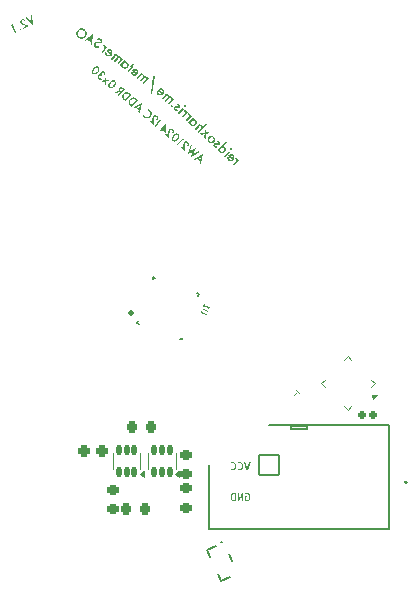
<source format=gbr>
%TF.GenerationSoftware,KiCad,Pcbnew,9.0.6-rc1-2-g790dee114b*%
%TF.CreationDate,2025-10-17T23:56:23-04:00*%
%TF.ProjectId,MetamerBoard,4d657461-6d65-4724-926f-6172642e6b69,rev?*%
%TF.SameCoordinates,Original*%
%TF.FileFunction,Legend,Bot*%
%TF.FilePolarity,Positive*%
%FSLAX46Y46*%
G04 Gerber Fmt 4.6, Leading zero omitted, Abs format (unit mm)*
G04 Created by KiCad (PCBNEW 9.0.6-rc1-2-g790dee114b) date 2025-10-17 23:56:23*
%MOMM*%
%LPD*%
G01*
G04 APERTURE LIST*
G04 Aperture macros list*
%AMRoundRect*
0 Rectangle with rounded corners*
0 $1 Rounding radius*
0 $2 $3 $4 $5 $6 $7 $8 $9 X,Y pos of 4 corners*
0 Add a 4 corners polygon primitive as box body*
4,1,4,$2,$3,$4,$5,$6,$7,$8,$9,$2,$3,0*
0 Add four circle primitives for the rounded corners*
1,1,$1+$1,$2,$3*
1,1,$1+$1,$4,$5*
1,1,$1+$1,$6,$7*
1,1,$1+$1,$8,$9*
0 Add four rect primitives between the rounded corners*
20,1,$1+$1,$2,$3,$4,$5,0*
20,1,$1+$1,$4,$5,$6,$7,0*
20,1,$1+$1,$6,$7,$8,$9,0*
20,1,$1+$1,$8,$9,$2,$3,0*%
G04 Aperture macros list end*
%ADD10C,0.225000*%
%ADD11C,0.200000*%
%ADD12C,0.250000*%
%ADD13C,0.150000*%
%ADD14C,0.190500*%
%ADD15C,0.254000*%
%ADD16C,0.100000*%
%ADD17C,0.120000*%
%ADD18RoundRect,0.268750X1.879104X0.174055X-1.327597X1.341199X-1.879104X-0.174055X1.327597X-1.341199X0*%
%ADD19C,1.150000*%
%ADD20C,1.166000*%
%ADD21RoundRect,0.275000X-0.050140X-0.422772X0.425240X0.020527X0.050140X0.422772X-0.425240X-0.020527X0*%
%ADD22RoundRect,0.244000X0.244000X0.269000X-0.244000X0.269000X-0.244000X-0.269000X0.244000X-0.269000X0*%
%ADD23RoundRect,0.075000X1.166726X0.000000X0.000000X1.166726X-1.166726X0.000000X0.000000X-1.166726X0*%
%ADD24RoundRect,0.087500X0.353553X0.229810X0.229810X0.353553X-0.353553X-0.229810X-0.229810X-0.353553X0*%
%ADD25RoundRect,0.087500X0.353553X-0.229810X-0.229810X0.353553X-0.353553X0.229810X0.229810X-0.353553X0*%
%ADD26RoundRect,0.244000X0.362746X0.017678X0.017678X0.362746X-0.362746X-0.017678X-0.017678X-0.362746X0*%
%ADD27RoundRect,0.244000X-0.107455X-0.346916X0.334823X-0.140678X0.107455X0.346916X-0.334823X0.140678X0*%
%ADD28RoundRect,0.159000X-0.159000X-0.189000X0.159000X-0.189000X0.159000X0.189000X-0.159000X0.189000X0*%
%ADD29RoundRect,0.219000X0.294000X-0.219000X0.294000X0.219000X-0.294000X0.219000X-0.294000X-0.219000X0*%
%ADD30C,1.448000*%
%ADD31RoundRect,0.219000X-0.219000X-0.294000X0.219000X-0.294000X0.219000X0.294000X-0.219000X0.294000X0*%
%ADD32RoundRect,0.219000X-0.074232X-0.359008X0.322731X-0.173901X0.074232X0.359008X-0.322731X0.173901X0*%
%ADD33RoundRect,0.219000X0.201367X-0.306347X0.351172X0.105239X-0.201367X0.306347X-0.351172X-0.105239X0*%
%ADD34RoundRect,0.212500X0.531631X0.013436X0.352019X0.398617X-0.531631X-0.013436X-0.352019X-0.398617X0*%
%ADD35RoundRect,0.219000X-0.201367X0.306347X-0.351172X-0.105239X0.201367X-0.306347X0.351172X0.105239X0*%
%ADD36RoundRect,0.075000X-0.825000X-0.825000X0.825000X-0.825000X0.825000X0.825000X-0.825000X0.825000X0*%
%ADD37C,1.800000*%
%ADD38RoundRect,0.137500X0.137500X-0.262500X0.137500X0.262500X-0.137500X0.262500X-0.137500X-0.262500X0*%
%ADD39RoundRect,0.244000X-0.321288X-0.169324X0.137282X-0.336230X0.321288X0.169324X-0.137282X0.336230X0*%
%ADD40RoundRect,0.244000X-0.169324X0.321288X-0.336230X-0.137282X0.169324X-0.321288X0.336230X0.137282X0*%
%ADD41RoundRect,0.219000X-0.294000X0.219000X-0.294000X-0.219000X0.294000X-0.219000X0.294000X0.219000X0*%
%ADD42RoundRect,0.050000X-0.228532X0.029970X0.194330X-0.123939X0.228532X-0.029970X-0.194330X0.123939X0*%
%ADD43RoundRect,0.050000X-0.123939X-0.194330X-0.029970X-0.228532X0.123939X0.194330X0.029970X0.228532X0*%
%ADD44RoundRect,0.056000X-1.722622X-0.803272X0.803272X-1.722622X1.722622X0.803272X-0.803272X1.722622X0*%
%ADD45RoundRect,0.219000X-0.364376X-0.040341X-0.065660X-0.360674X0.364376X0.040341X0.065660X0.360674X0*%
%ADD46RoundRect,0.219000X-0.362746X-0.053033X-0.053033X-0.362746X0.362746X0.053033X0.053033X0.362746X0*%
%ADD47C,0.650000*%
G04 APERTURE END LIST*
D10*
G36*
X-13917739Y28913158D02*
G01*
X-13858629Y28808912D01*
X-13831051Y28825523D01*
X-13799745Y28835833D01*
X-13768577Y28837030D01*
X-13737803Y28830890D01*
X-13706657Y28816926D01*
X-13676865Y28795583D01*
X-13657208Y28772840D01*
X-13645799Y28748348D01*
X-13641477Y28721732D01*
X-13644534Y28696245D01*
X-13655148Y28670936D01*
X-13674029Y28648215D01*
X-13700185Y28633162D01*
X-13735893Y28625787D01*
X-13784645Y28627990D01*
X-13874755Y28640736D01*
X-13947560Y28645611D01*
X-14008378Y28639690D01*
X-14059409Y28624499D01*
X-14102467Y28600744D01*
X-14138869Y28568255D01*
X-14169310Y28526006D01*
X-14194258Y28472630D01*
X-14207184Y28421076D01*
X-14209154Y28370340D01*
X-14200351Y28319356D01*
X-14181595Y28271030D01*
X-14153958Y28228288D01*
X-14116786Y28190348D01*
X-14068756Y28156889D01*
X-14014196Y28131821D01*
X-13961109Y28119670D01*
X-13908337Y28119403D01*
X-13854653Y28131062D01*
X-13799428Y28155932D01*
X-13751943Y28191252D01*
X-13711225Y28237925D01*
X-13808579Y28326050D01*
X-13831528Y28294254D01*
X-13859277Y28269511D01*
X-13892379Y28251137D01*
X-13932110Y28241974D01*
X-13971380Y28245452D01*
X-14012011Y28262208D01*
X-14042398Y28284917D01*
X-14063979Y28312325D01*
X-14077740Y28345210D01*
X-14082448Y28380470D01*
X-14077163Y28416064D01*
X-14061036Y28453277D01*
X-14038927Y28483432D01*
X-14014570Y28503033D01*
X-13987449Y28513908D01*
X-13941044Y28519944D01*
X-13884590Y28517090D01*
X-13797764Y28506240D01*
X-13722777Y28502886D01*
X-13662589Y28512274D01*
X-13614016Y28532457D01*
X-13574644Y28562949D01*
X-13543082Y28604775D01*
X-13524725Y28644911D01*
X-13515266Y28685784D01*
X-13514349Y28728181D01*
X-13522299Y28772992D01*
X-13538556Y28814626D01*
X-13563673Y28852576D01*
X-13598616Y28887441D01*
X-13645010Y28919415D01*
X-13690652Y28941348D01*
X-13734514Y28954001D01*
X-13777277Y28958250D01*
X-13819659Y28954445D01*
X-13869666Y28938666D01*
X-13917739Y28913158D01*
G37*
G36*
X-14350608Y28339922D02*
G01*
X-14470635Y28409220D01*
X-14448309Y28631879D01*
X-14759276Y28811416D01*
X-14937657Y28678855D01*
X-15057684Y28748153D01*
X-14862933Y28889147D01*
X-14654748Y28889147D01*
X-14434349Y28761900D01*
X-14404107Y29073777D01*
X-14654748Y28889147D01*
X-14862933Y28889147D01*
X-14267774Y29320024D01*
X-14350608Y28339922D01*
G37*
G36*
X-15176781Y29780130D02*
G01*
X-15110665Y29759552D01*
X-15043552Y29726863D01*
X-14981707Y29685099D01*
X-14930842Y29638138D01*
X-14889822Y29585771D01*
X-14857942Y29527451D01*
X-14834963Y29462326D01*
X-14822206Y29394391D01*
X-14820546Y29328054D01*
X-14829738Y29262455D01*
X-14850089Y29196773D01*
X-14882445Y29130261D01*
X-14923869Y29068983D01*
X-14970576Y29018517D01*
X-15022790Y28977758D01*
X-15081069Y28946026D01*
X-15146281Y28923107D01*
X-15214170Y28910445D01*
X-15280617Y28908894D01*
X-15346479Y28918234D01*
X-15412580Y28938804D01*
X-15479672Y28971481D01*
X-15541538Y29013259D01*
X-15592416Y29060229D01*
X-15633445Y29112602D01*
X-15665328Y29170924D01*
X-15688308Y29236046D01*
X-15701083Y29303994D01*
X-15701526Y29321555D01*
X-15576188Y29321555D01*
X-15567126Y29262281D01*
X-15546531Y29205887D01*
X-15515708Y29156467D01*
X-15474000Y29113010D01*
X-15419929Y29075069D01*
X-15360036Y29047212D01*
X-15301546Y29032821D01*
X-15243336Y29030837D01*
X-15184200Y29041199D01*
X-15128336Y29062988D01*
X-15078704Y29095257D01*
X-15034423Y29138833D01*
X-14995143Y29195327D01*
X-14965858Y29257592D01*
X-14950267Y29317720D01*
X-14947147Y29376821D01*
X-14956220Y29436071D01*
X-14976805Y29492489D01*
X-15007620Y29541924D01*
X-15049323Y29585389D01*
X-15103390Y29623330D01*
X-15163282Y29651183D01*
X-15221775Y29665566D01*
X-15279994Y29667536D01*
X-15339146Y29657153D01*
X-15394995Y29635386D01*
X-15444618Y29603134D01*
X-15488895Y29559567D01*
X-15528175Y29503073D01*
X-15557461Y29440809D01*
X-15573058Y29380672D01*
X-15576188Y29321555D01*
X-15701526Y29321555D01*
X-15702755Y29370341D01*
X-15693571Y29435944D01*
X-15673227Y29501628D01*
X-15640873Y29568139D01*
X-15599449Y29629414D01*
X-15552738Y29679875D01*
X-15500516Y29720629D01*
X-15442222Y29752355D01*
X-15376990Y29775265D01*
X-15309103Y29787925D01*
X-15242652Y29789474D01*
X-15176781Y29780130D01*
G37*
D11*
G36*
X-19426397Y30931752D02*
G01*
X-19538050Y30879687D01*
X-19506386Y30318925D01*
X-19915645Y30703612D01*
X-20027298Y30651547D01*
X-19390261Y30069896D01*
X-19426397Y30931752D01*
G37*
G36*
X-20248704Y29841157D02*
G01*
X-20203782Y29744821D01*
X-19749686Y29956570D01*
X-20116559Y30132115D01*
X-20194355Y30170879D01*
X-20246919Y30200036D01*
X-20284685Y30226895D01*
X-20310975Y30253844D01*
X-20327946Y30281099D01*
X-20338237Y30312001D01*
X-20340347Y30342209D01*
X-20334535Y30372672D01*
X-20320940Y30400143D01*
X-20298612Y30423717D01*
X-20265675Y30443804D01*
X-20229222Y30455709D01*
X-20195584Y30456949D01*
X-20163298Y30448263D01*
X-20134086Y30431182D01*
X-20110132Y30407351D01*
X-20090954Y30375764D01*
X-19990457Y30422626D01*
X-20016224Y30463977D01*
X-20045630Y30497402D01*
X-20078795Y30523831D01*
X-20116127Y30543830D01*
X-20160933Y30557618D01*
X-20206605Y30561080D01*
X-20254243Y30554162D01*
X-20304988Y30535856D01*
X-20353783Y30508074D01*
X-20391039Y30476508D01*
X-20418507Y30441103D01*
X-20437252Y30401310D01*
X-20447917Y30357797D01*
X-20449862Y30315337D01*
X-20443320Y30273128D01*
X-20427892Y30230397D01*
X-20401723Y30187464D01*
X-20364095Y30147798D01*
X-20313031Y30111105D01*
X-20259846Y30082079D01*
X-20160030Y30034392D01*
X-19996399Y29958808D01*
X-20248704Y29841157D01*
G37*
G36*
X-20379657Y29670625D02*
G01*
X-20375522Y29696493D01*
X-20382032Y29722068D01*
X-20397437Y29743486D01*
X-20419893Y29756910D01*
X-20445781Y29761078D01*
X-20471357Y29754579D01*
X-20492766Y29739166D01*
X-20506178Y29716675D01*
X-20510362Y29690824D01*
X-20503868Y29665255D01*
X-20488453Y29643837D01*
X-20465943Y29630389D01*
X-20440111Y29626239D01*
X-20414543Y29632743D01*
X-20393117Y29648150D01*
X-20379657Y29670625D01*
G37*
G36*
X-20802289Y29467457D02*
G01*
X-21073803Y30049720D01*
X-20956040Y30104634D01*
X-21057807Y30174462D01*
X-21223561Y30097170D01*
X-20907125Y29418571D01*
X-20802289Y29467457D01*
G37*
D12*
G36*
X-9257033Y24257587D02*
G01*
X-9050299Y25755551D01*
X-9170087Y25782665D01*
X-9376858Y24284652D01*
X-9257033Y24257587D01*
G37*
G36*
X-9940993Y25083706D02*
G01*
X-9585867Y25554973D01*
X-9695101Y25637287D01*
X-9727953Y25593691D01*
X-9734149Y25637424D01*
X-9748458Y25675254D01*
X-9770829Y25708355D01*
X-9802048Y25737450D01*
X-9844474Y25762317D01*
X-9886672Y25773855D01*
X-9930087Y25773239D01*
X-9976375Y25759864D01*
X-9980217Y25810379D01*
X-9995597Y25855464D01*
X-10022851Y25896595D01*
X-10063722Y25934635D01*
X-10111501Y25962912D01*
X-10157985Y25976111D01*
X-10204767Y25975866D01*
X-10253633Y25961836D01*
X-10289246Y25941410D01*
X-10327066Y25908977D01*
X-10367654Y25861662D01*
X-10587035Y25570533D01*
X-10477800Y25488219D01*
X-10282048Y25747992D01*
X-10236203Y25802260D01*
X-10208638Y25824408D01*
X-10177285Y25836926D01*
X-10146891Y25835187D01*
X-10114679Y25818516D01*
X-10092430Y25795710D01*
X-10079623Y25768341D01*
X-10075839Y25734811D01*
X-10081492Y25705272D01*
X-10099596Y25665293D01*
X-10135519Y25611274D01*
X-10318631Y25368276D01*
X-10209397Y25285962D01*
X-10013644Y25545735D01*
X-9967799Y25600003D01*
X-9940234Y25622151D01*
X-9908881Y25634669D01*
X-9878487Y25632930D01*
X-9846275Y25616259D01*
X-9824054Y25593478D01*
X-9811243Y25566111D01*
X-9807435Y25532554D01*
X-9813088Y25503015D01*
X-9831192Y25463036D01*
X-9867115Y25409017D01*
X-10050227Y25166019D01*
X-9940993Y25083706D01*
G37*
G36*
X-10664227Y26362549D02*
G01*
X-10615994Y26344472D01*
X-10568150Y26314749D01*
X-10525474Y26276104D01*
X-10493591Y26233236D01*
X-10471452Y26185543D01*
X-10458753Y26132002D01*
X-10456966Y26066554D01*
X-10467939Y26003741D01*
X-10491928Y25942362D01*
X-10530140Y25881424D01*
X-10575936Y25830282D01*
X-10625002Y25792769D01*
X-10677891Y25767271D01*
X-10735597Y25753052D01*
X-10787247Y25751008D01*
X-10837872Y25759713D01*
X-10888500Y25779622D01*
X-10940004Y25812049D01*
X-10991608Y25857765D01*
X-11028048Y25904382D01*
X-11051598Y25952413D01*
X-11064234Y25997344D01*
X-11069140Y26045763D01*
X-11065896Y26098515D01*
X-10935376Y26080975D01*
X-10937023Y26036939D01*
X-10930621Y25996578D01*
X-10918504Y25967072D01*
X-10899756Y25940536D01*
X-10873589Y25916520D01*
X-10836252Y25894174D01*
X-10801077Y25883792D01*
X-10766783Y25883744D01*
X-10727255Y25894672D01*
X-10690066Y25915979D01*
X-10654417Y25949154D01*
X-10992018Y26203555D01*
X-10987311Y26209802D01*
X-10811997Y26209802D01*
X-10594016Y26045542D01*
X-10581094Y26090190D01*
X-10582110Y26131146D01*
X-10591313Y26164153D01*
X-10609080Y26193304D01*
X-10636462Y26219429D01*
X-10667587Y26237966D01*
X-10698631Y26247295D01*
X-10730503Y26248244D01*
X-10773101Y26236660D01*
X-10811997Y26209802D01*
X-10987311Y26209802D01*
X-10981876Y26217014D01*
X-10927529Y26279262D01*
X-10873788Y26323161D01*
X-10820099Y26351700D01*
X-10765527Y26366843D01*
X-10713721Y26369966D01*
X-10664227Y26362549D01*
G37*
G36*
X-11183382Y26602204D02*
G01*
X-11099115Y26538705D01*
X-11378982Y26167309D01*
X-11269748Y26084995D01*
X-10989881Y26456391D01*
X-10943066Y26421114D01*
X-10867808Y26520985D01*
X-10914623Y26556262D01*
X-10785272Y26727916D01*
X-10894507Y26810230D01*
X-11023857Y26638576D01*
X-11108123Y26702075D01*
X-11183382Y26602204D01*
G37*
G36*
X-11521214Y27013361D02*
G01*
X-11563106Y26957769D01*
X-11512950Y26965941D01*
X-11465491Y26962396D01*
X-11419379Y26947293D01*
X-11373476Y26919542D01*
X-11330144Y26880092D01*
X-11297702Y26835820D01*
X-11275161Y26786035D01*
X-11262325Y26729585D01*
X-11260790Y26672428D01*
X-11271189Y26615837D01*
X-11294177Y26558687D01*
X-11331344Y26500007D01*
X-11373508Y26452421D01*
X-11419722Y26415432D01*
X-11470436Y26388034D01*
X-11526424Y26369779D01*
X-11584211Y26362743D01*
X-11639445Y26368633D01*
X-11693532Y26387500D01*
X-11747654Y26420657D01*
X-11786094Y26456116D01*
X-11813676Y26495715D01*
X-11831484Y26540189D01*
X-11839665Y26590762D01*
X-11876339Y26542094D01*
X-11986012Y26624738D01*
X-11974300Y26640280D01*
X-11752578Y26640280D01*
X-11741410Y26597668D01*
X-11720171Y26561404D01*
X-11688018Y26530236D01*
X-11647736Y26507644D01*
X-11606036Y26498730D01*
X-11561098Y26502946D01*
X-11518023Y26518762D01*
X-11479536Y26544715D01*
X-11444853Y26582025D01*
X-11418011Y26626416D01*
X-11403444Y26670918D01*
X-11400071Y26716636D01*
X-11408386Y26761028D01*
X-11428438Y26798670D01*
X-11461250Y26831166D01*
X-11500076Y26853404D01*
X-11540910Y26863659D01*
X-11585231Y26862357D01*
X-11627487Y26849180D01*
X-11668219Y26822317D01*
X-11708397Y26778861D01*
X-11737954Y26729857D01*
X-11751919Y26684217D01*
X-11752578Y26640280D01*
X-11974300Y26640280D01*
X-11630887Y27096006D01*
X-11521214Y27013361D01*
G37*
G36*
X-12125676Y26729983D02*
G01*
X-11770550Y27201250D01*
X-11879785Y27283564D01*
X-11912637Y27239968D01*
X-11918833Y27283700D01*
X-11933141Y27321531D01*
X-11955513Y27354632D01*
X-11986731Y27383727D01*
X-12029157Y27408594D01*
X-12071355Y27420132D01*
X-12114770Y27419516D01*
X-12161058Y27406141D01*
X-12164900Y27456656D01*
X-12180280Y27501741D01*
X-12207534Y27542872D01*
X-12248406Y27580912D01*
X-12296184Y27609189D01*
X-12342668Y27622388D01*
X-12389451Y27622143D01*
X-12438316Y27608113D01*
X-12473930Y27587687D01*
X-12511749Y27555254D01*
X-12552337Y27507939D01*
X-12771718Y27216810D01*
X-12662484Y27134496D01*
X-12466731Y27394269D01*
X-12420886Y27448537D01*
X-12393321Y27470685D01*
X-12361968Y27483203D01*
X-12331574Y27481464D01*
X-12299362Y27464793D01*
X-12277113Y27441987D01*
X-12264306Y27414618D01*
X-12260522Y27381088D01*
X-12266175Y27351549D01*
X-12284279Y27311570D01*
X-12320202Y27257551D01*
X-12503314Y27014553D01*
X-12394080Y26932239D01*
X-12198327Y27192012D01*
X-12152482Y27246280D01*
X-12124917Y27268428D01*
X-12093564Y27280946D01*
X-12063171Y27279207D01*
X-12030958Y27262536D01*
X-12008737Y27239755D01*
X-11995926Y27212388D01*
X-11992118Y27178831D01*
X-11997771Y27149292D01*
X-12015875Y27109313D01*
X-12051799Y27055294D01*
X-12234910Y26812296D01*
X-12125676Y26729983D01*
G37*
G36*
X-12848911Y28008826D02*
G01*
X-12800677Y27990749D01*
X-12752833Y27961026D01*
X-12710157Y27922381D01*
X-12678275Y27879513D01*
X-12656135Y27831820D01*
X-12643436Y27778279D01*
X-12641649Y27712831D01*
X-12652623Y27650018D01*
X-12676611Y27588639D01*
X-12714824Y27527701D01*
X-12760619Y27476559D01*
X-12809685Y27439046D01*
X-12862574Y27413548D01*
X-12920280Y27399329D01*
X-12971930Y27397285D01*
X-13022555Y27405990D01*
X-13073183Y27425899D01*
X-13124688Y27458326D01*
X-13176291Y27504042D01*
X-13212731Y27550659D01*
X-13236281Y27598690D01*
X-13248917Y27643621D01*
X-13253823Y27692040D01*
X-13250580Y27744792D01*
X-13120059Y27727252D01*
X-13121707Y27683216D01*
X-13115305Y27642855D01*
X-13103188Y27613349D01*
X-13084440Y27586813D01*
X-13058273Y27562797D01*
X-13020935Y27540451D01*
X-12985760Y27530069D01*
X-12951466Y27530021D01*
X-12911938Y27540949D01*
X-12874750Y27562256D01*
X-12839100Y27595431D01*
X-13176702Y27849832D01*
X-13171994Y27856079D01*
X-12996680Y27856079D01*
X-12778699Y27691819D01*
X-12765778Y27736467D01*
X-12766794Y27777423D01*
X-12775996Y27810430D01*
X-12793763Y27839581D01*
X-12821145Y27865706D01*
X-12852271Y27884243D01*
X-12883315Y27893572D01*
X-12915186Y27894521D01*
X-12957784Y27882937D01*
X-12996680Y27856079D01*
X-13171994Y27856079D01*
X-13166559Y27863291D01*
X-13112212Y27925539D01*
X-13058471Y27969438D01*
X-13004783Y27997976D01*
X-12950210Y28013120D01*
X-12898404Y28016243D01*
X-12848911Y28008826D01*
G37*
G36*
X-13448190Y27726568D02*
G01*
X-13093064Y28197835D01*
X-13202298Y28280149D01*
X-13234599Y28237285D01*
X-13240040Y28276827D01*
X-13250722Y28311364D01*
X-13271044Y28344901D01*
X-13305831Y28377740D01*
X-13356195Y28406640D01*
X-13409001Y28420008D01*
X-13439836Y28286050D01*
X-13402570Y28277834D01*
X-13371261Y28260676D01*
X-13345614Y28236492D01*
X-13329845Y28211031D01*
X-13322453Y28183604D01*
X-13324711Y28148258D01*
X-13340321Y28105475D01*
X-13373871Y28052464D01*
X-13557424Y27808882D01*
X-13448190Y27726568D01*
G37*
D11*
G36*
X-5176024Y18267071D02*
G01*
X-5270398Y18346260D01*
X-5216485Y18537726D01*
X-5460988Y18742889D01*
X-5637602Y18654381D01*
X-5731976Y18733570D01*
X-5605897Y18794800D01*
X-5357489Y18794800D01*
X-5184196Y18649390D01*
X-5109583Y18917734D01*
X-5357489Y18794800D01*
X-5605897Y18794800D01*
X-4952230Y19112252D01*
X-5176024Y18267071D01*
G37*
G36*
X-5228006Y19286073D02*
G01*
X-5322379Y19365262D01*
X-5794929Y19108738D01*
X-5604724Y19649047D01*
X-6098669Y19363606D01*
X-5933264Y19877855D01*
X-6027637Y19957044D01*
X-6283847Y19132432D01*
X-5793551Y19413601D01*
X-5983550Y18880453D01*
X-5228006Y19286073D01*
G37*
G36*
X-6856120Y19815596D02*
G01*
X-6924444Y19734170D01*
X-6540626Y19412108D01*
X-6536575Y19818796D01*
X-6534321Y19905687D01*
X-6530110Y19965648D01*
X-6521728Y20011226D01*
X-6508415Y20046442D01*
X-6490885Y20073341D01*
X-6467228Y20095728D01*
X-6440742Y20110407D01*
X-6410677Y20118014D01*
X-6380035Y20117303D01*
X-6349233Y20107030D01*
X-6317107Y20085667D01*
X-6290912Y20057661D01*
X-6275573Y20027699D01*
X-6269801Y19994767D01*
X-6272935Y19961072D01*
X-6284410Y19929292D01*
X-6304933Y19898561D01*
X-6219989Y19827285D01*
X-6193402Y19868114D01*
X-6175536Y19908890D01*
X-6165600Y19950117D01*
X-6163252Y19992404D01*
X-6169691Y20038838D01*
X-6185855Y20081695D01*
X-6212258Y20121946D01*
X-6250294Y20160200D01*
X-6296096Y20192682D01*
X-6340449Y20213107D01*
X-6384145Y20223039D01*
X-6428132Y20223210D01*
X-6472075Y20214487D01*
X-6511379Y20198305D01*
X-6546869Y20174537D01*
X-6579076Y20142496D01*
X-6606928Y20100635D01*
X-6626975Y20049769D01*
X-6638649Y19987982D01*
X-6642479Y19927512D01*
X-6643514Y19816895D01*
X-6642862Y19636652D01*
X-6856120Y19815596D01*
G37*
G36*
X-7094674Y19879051D02*
G01*
X-6681711Y20371201D01*
X-6582174Y20287679D01*
X-6561896Y20409422D01*
X-6701997Y20526980D01*
X-7183285Y19953404D01*
X-7094674Y19879051D01*
G37*
G36*
X-7139647Y20880685D02*
G01*
X-7096997Y20864144D01*
X-7057560Y20837576D01*
X-7024566Y20803369D01*
X-7000882Y20764250D01*
X-6985928Y20719285D01*
X-6979989Y20667079D01*
X-6983502Y20612193D01*
X-6996594Y20555922D01*
X-7020077Y20497519D01*
X-7055232Y20436291D01*
X-7103754Y20371620D01*
X-7158690Y20312979D01*
X-7212656Y20267967D01*
X-7265961Y20234837D01*
X-7319060Y20212235D01*
X-7372543Y20199252D01*
X-7424987Y20196035D01*
X-7471866Y20202954D01*
X-7514503Y20219485D01*
X-7553919Y20246038D01*
X-7586932Y20280262D01*
X-7610627Y20319393D01*
X-7625587Y20364363D01*
X-7629472Y20398501D01*
X-7527882Y20398501D01*
X-7521619Y20368629D01*
X-7508949Y20343703D01*
X-7489651Y20322706D01*
X-7465622Y20307347D01*
X-7438875Y20299198D01*
X-7408369Y20298218D01*
X-7372777Y20305366D01*
X-7331233Y20322310D01*
X-7287153Y20349737D01*
X-7239872Y20389635D01*
X-7188836Y20444479D01*
X-7143257Y20504842D01*
X-7112283Y20558302D01*
X-7093374Y20605947D01*
X-7084532Y20648883D01*
X-7083672Y20685176D01*
X-7089935Y20715048D01*
X-7102605Y20739974D01*
X-7121903Y20760971D01*
X-7145932Y20776330D01*
X-7172679Y20784479D01*
X-7203185Y20785459D01*
X-7238777Y20778311D01*
X-7279525Y20762147D01*
X-7323163Y20735252D01*
X-7370433Y20695465D01*
X-7421964Y20640096D01*
X-7467112Y20580313D01*
X-7498194Y20526821D01*
X-7517550Y20478648D01*
X-7527023Y20434794D01*
X-7527882Y20398501D01*
X-7629472Y20398501D01*
X-7631528Y20416566D01*
X-7628042Y20471505D01*
X-7615013Y20527732D01*
X-7591649Y20585986D01*
X-7556698Y20646951D01*
X-7508491Y20711234D01*
X-7453229Y20770246D01*
X-7399032Y20815494D01*
X-7345586Y20848756D01*
X-7292432Y20871412D01*
X-7238974Y20884393D01*
X-7186532Y20887608D01*
X-7139647Y20880685D01*
G37*
G36*
X-8134393Y20888195D02*
G01*
X-8202717Y20806769D01*
X-7818899Y20484706D01*
X-7814848Y20891395D01*
X-7812594Y20978285D01*
X-7808383Y21038246D01*
X-7800001Y21083825D01*
X-7786688Y21119040D01*
X-7769159Y21145940D01*
X-7745501Y21168327D01*
X-7719015Y21183006D01*
X-7688950Y21190612D01*
X-7658308Y21189901D01*
X-7627506Y21179628D01*
X-7595381Y21158266D01*
X-7569185Y21130259D01*
X-7553846Y21100297D01*
X-7548074Y21067366D01*
X-7551208Y21033671D01*
X-7562683Y21001890D01*
X-7583206Y20971160D01*
X-7498263Y20899884D01*
X-7471676Y20940712D01*
X-7453809Y20981489D01*
X-7443873Y21022716D01*
X-7441525Y21065003D01*
X-7447964Y21111437D01*
X-7464129Y21154293D01*
X-7490531Y21194545D01*
X-7528568Y21232798D01*
X-7574369Y21265281D01*
X-7618722Y21285706D01*
X-7662418Y21295637D01*
X-7706406Y21295809D01*
X-7750349Y21287086D01*
X-7789652Y21270903D01*
X-7825142Y21247136D01*
X-7857349Y21215095D01*
X-7885201Y21173233D01*
X-7905248Y21122367D01*
X-7916922Y21060580D01*
X-7920752Y21000111D01*
X-7921787Y20889494D01*
X-7921135Y20709251D01*
X-8134393Y20888195D01*
G37*
G36*
X-8143496Y20940726D02*
G01*
X-8426617Y21178292D01*
X-8517047Y21070522D01*
X-8600868Y21140857D01*
X-8510438Y21248627D01*
X-8520803Y21257324D01*
X-8360302Y21257324D01*
X-8229893Y21147897D01*
X-8204719Y21442741D01*
X-8360302Y21257324D01*
X-8520803Y21257324D01*
X-8572705Y21300875D01*
X-8504381Y21382301D01*
X-8442114Y21330053D01*
X-8084507Y21756231D01*
X-8143496Y20940726D01*
G37*
G36*
X-8492991Y22025721D02*
G01*
X-8581602Y22100075D01*
X-9061885Y21527696D01*
X-8973274Y21453342D01*
X-8492991Y22025721D01*
G37*
G36*
X-9473137Y22011535D02*
G01*
X-9541462Y21930108D01*
X-9157643Y21608046D01*
X-9153592Y22014735D01*
X-9151338Y22101625D01*
X-9147127Y22161586D01*
X-9138745Y22207165D01*
X-9125432Y22242380D01*
X-9107903Y22269280D01*
X-9084245Y22291666D01*
X-9057759Y22306346D01*
X-9027694Y22313952D01*
X-8997052Y22313241D01*
X-8966250Y22302968D01*
X-8934125Y22281605D01*
X-8907929Y22253599D01*
X-8892590Y22223637D01*
X-8886818Y22190705D01*
X-8889953Y22157011D01*
X-8901428Y22125230D01*
X-8921951Y22094500D01*
X-8837007Y22023223D01*
X-8810420Y22064052D01*
X-8792554Y22104828D01*
X-8782617Y22146055D01*
X-8780269Y22188342D01*
X-8786709Y22234777D01*
X-8802873Y22277633D01*
X-8829276Y22317884D01*
X-8867312Y22356138D01*
X-8913113Y22388620D01*
X-8957466Y22409045D01*
X-9001162Y22418977D01*
X-9045150Y22419149D01*
X-9089093Y22410425D01*
X-9128396Y22394243D01*
X-9163886Y22370475D01*
X-9196094Y22338434D01*
X-9223945Y22296573D01*
X-9243992Y22245707D01*
X-9255666Y22183920D01*
X-9259496Y22123451D01*
X-9260531Y22012833D01*
X-9259879Y21832590D01*
X-9473137Y22011535D01*
G37*
G36*
X-9653818Y22945250D02*
G01*
X-9740354Y22842120D01*
X-9679473Y22839388D01*
X-9625279Y22827181D01*
X-9576560Y22805937D01*
X-9532376Y22775436D01*
X-9490521Y22733424D01*
X-9460835Y22688715D01*
X-9441977Y22640668D01*
X-9433478Y22588255D01*
X-9435536Y22535129D01*
X-9448002Y22483923D01*
X-9471323Y22433702D01*
X-9506705Y22383726D01*
X-9548202Y22342121D01*
X-9592792Y22311683D01*
X-9641049Y22291296D01*
X-9693894Y22280562D01*
X-9747718Y22280234D01*
X-9798491Y22290623D01*
X-9847290Y22311892D01*
X-9894956Y22345078D01*
X-9932424Y22383334D01*
X-9961232Y22427880D01*
X-9981761Y22479693D01*
X-9993715Y22540176D01*
X-10080974Y22436186D01*
X-10059948Y22386192D01*
X-10032976Y22340622D01*
X-9999877Y22299028D01*
X-9960250Y22261108D01*
X-9910349Y22224829D01*
X-9859046Y22198099D01*
X-9805877Y22180211D01*
X-9750244Y22170849D01*
X-9691442Y22170100D01*
X-9627717Y22178561D01*
X-9569329Y22196491D01*
X-9515352Y22223856D01*
X-9465085Y22261150D01*
X-9418094Y22309373D01*
X-9376308Y22367094D01*
X-9346620Y22425379D01*
X-9327936Y22484826D01*
X-9319716Y22546200D01*
X-9321999Y22610386D01*
X-9332643Y22664253D01*
X-9351802Y22715483D01*
X-9379852Y22764685D01*
X-9417578Y22812307D01*
X-9466147Y22858621D01*
X-9512472Y22892778D01*
X-9558936Y22918129D01*
X-9605899Y22935461D01*
X-9653818Y22945250D01*
G37*
G36*
X-10349588Y22608207D02*
G01*
X-10443961Y22687396D01*
X-10390049Y22878862D01*
X-10634552Y23084024D01*
X-10811166Y22995517D01*
X-10905539Y23074705D01*
X-10779460Y23135935D01*
X-10531052Y23135935D01*
X-10357760Y22990525D01*
X-10283147Y23258870D01*
X-10531052Y23135935D01*
X-10779460Y23135935D01*
X-10125794Y23453387D01*
X-10349588Y22608207D01*
G37*
G36*
X-10831398Y23926186D02*
G01*
X-10787719Y23914476D01*
X-10746550Y23896914D01*
X-10686543Y23861034D01*
X-10618307Y23809073D01*
X-10498113Y23708219D01*
X-10978396Y23135840D01*
X-11096869Y23235250D01*
X-11158945Y23292482D01*
X-11202616Y23342985D01*
X-11225779Y23378712D01*
X-11245063Y23419507D01*
X-11260328Y23466018D01*
X-11271343Y23524736D01*
X-11271686Y23539349D01*
X-11159400Y23539349D01*
X-11152944Y23490184D01*
X-11139533Y23450390D01*
X-11116707Y23409639D01*
X-11082938Y23367346D01*
X-11036178Y23323082D01*
X-10998683Y23291620D01*
X-10655049Y23701146D01*
X-10692544Y23732608D01*
X-10744220Y23771057D01*
X-10791770Y23797301D01*
X-10835937Y23813213D01*
X-10877523Y23820166D01*
X-10912738Y23819495D01*
X-10949900Y23812383D01*
X-10989602Y23798156D01*
X-11026702Y23778231D01*
X-11061093Y23752044D01*
X-11093044Y23719031D01*
X-11124247Y23675151D01*
X-11145134Y23631010D01*
X-11156717Y23585999D01*
X-11159400Y23539349D01*
X-11271686Y23539349D01*
X-11272658Y23580782D01*
X-11264692Y23634967D01*
X-11247349Y23688047D01*
X-11220030Y23740679D01*
X-11181655Y23793385D01*
X-11139122Y23837416D01*
X-11092944Y23872898D01*
X-11042762Y23900471D01*
X-10989031Y23920035D01*
X-10934350Y23930483D01*
X-10878050Y23932010D01*
X-10831398Y23926186D01*
G37*
G36*
X-11383420Y24389388D02*
G01*
X-11339742Y24377678D01*
X-11298573Y24360116D01*
X-11238565Y24324236D01*
X-11170329Y24272275D01*
X-11050136Y24171421D01*
X-11530419Y23599042D01*
X-11648891Y23698452D01*
X-11710968Y23755683D01*
X-11754639Y23806187D01*
X-11777802Y23841913D01*
X-11797086Y23882709D01*
X-11812350Y23929220D01*
X-11823365Y23987938D01*
X-11823708Y24002551D01*
X-11711422Y24002551D01*
X-11704967Y23953386D01*
X-11691555Y23913592D01*
X-11668729Y23872841D01*
X-11634960Y23830547D01*
X-11588200Y23786283D01*
X-11550705Y23754821D01*
X-11207072Y24164348D01*
X-11244567Y24195810D01*
X-11296242Y24234259D01*
X-11343793Y24260503D01*
X-11387960Y24276415D01*
X-11429545Y24283368D01*
X-11464760Y24282696D01*
X-11501922Y24275585D01*
X-11541625Y24261358D01*
X-11578724Y24241433D01*
X-11613116Y24215246D01*
X-11645067Y24182233D01*
X-11676270Y24138353D01*
X-11697156Y24094212D01*
X-11708740Y24049201D01*
X-11711422Y24002551D01*
X-11823708Y24002551D01*
X-11824681Y24043984D01*
X-11816714Y24098169D01*
X-11799372Y24151249D01*
X-11772052Y24203881D01*
X-11733678Y24256587D01*
X-11691144Y24300618D01*
X-11644966Y24336100D01*
X-11594784Y24363673D01*
X-11541054Y24383237D01*
X-11486372Y24393685D01*
X-11430073Y24395212D01*
X-11383420Y24389388D01*
G37*
G36*
X-11883345Y24813622D02*
G01*
X-11847075Y24805967D01*
X-11805899Y24789287D01*
X-11758681Y24761574D01*
X-11704278Y24720311D01*
X-11602158Y24634622D01*
X-12082441Y24062243D01*
X-12171052Y24136597D01*
X-11974116Y24371296D01*
X-11989458Y24384170D01*
X-12349472Y24286308D01*
X-12454847Y24374729D01*
X-12071274Y24470421D01*
X-12097231Y24512886D01*
X-12112033Y24556814D01*
X-12114616Y24584345D01*
X-12009882Y24584345D01*
X-12006253Y24562654D01*
X-11997835Y24542246D01*
X-11984755Y24520639D01*
X-11959474Y24489287D01*
X-11937975Y24469844D01*
X-11910658Y24446922D01*
X-11759094Y24627550D01*
X-11788955Y24652606D01*
X-11832561Y24683756D01*
X-11869356Y24700249D01*
X-11901051Y24705487D01*
X-11929347Y24701402D01*
X-11955736Y24688204D01*
X-11981240Y24664354D01*
X-11998850Y24637723D01*
X-12007752Y24611100D01*
X-12009882Y24584345D01*
X-12114616Y24584345D01*
X-12116387Y24603225D01*
X-12110122Y24649356D01*
X-12092999Y24693252D01*
X-12064025Y24735923D01*
X-12031592Y24768634D01*
X-11997840Y24791913D01*
X-11962359Y24806913D01*
X-11924482Y24814183D01*
X-11883345Y24813622D01*
G37*
G36*
X-12507197Y25384594D02*
G01*
X-12464547Y25368054D01*
X-12425110Y25341485D01*
X-12392116Y25307278D01*
X-12368432Y25268160D01*
X-12353478Y25223194D01*
X-12347539Y25170988D01*
X-12351052Y25116102D01*
X-12364144Y25059831D01*
X-12387627Y25001428D01*
X-12422782Y24940200D01*
X-12471304Y24875529D01*
X-12526240Y24816888D01*
X-12580206Y24771877D01*
X-12633511Y24738746D01*
X-12686610Y24716144D01*
X-12740093Y24703161D01*
X-12792536Y24699945D01*
X-12839416Y24706863D01*
X-12882053Y24723395D01*
X-12921469Y24749947D01*
X-12954482Y24784171D01*
X-12978177Y24823302D01*
X-12993137Y24868272D01*
X-12997022Y24902410D01*
X-12895432Y24902410D01*
X-12889169Y24872538D01*
X-12876499Y24847612D01*
X-12857201Y24826615D01*
X-12833172Y24811256D01*
X-12806425Y24803107D01*
X-12775919Y24802127D01*
X-12740327Y24809275D01*
X-12698783Y24826219D01*
X-12654703Y24853646D01*
X-12607422Y24893544D01*
X-12556386Y24948388D01*
X-12510807Y25008751D01*
X-12479833Y25062211D01*
X-12460924Y25109857D01*
X-12452081Y25152792D01*
X-12451222Y25189085D01*
X-12457485Y25218957D01*
X-12470155Y25243883D01*
X-12489453Y25264880D01*
X-12513482Y25280239D01*
X-12540229Y25288388D01*
X-12570735Y25289368D01*
X-12606327Y25282220D01*
X-12647075Y25266056D01*
X-12690713Y25239161D01*
X-12737983Y25199375D01*
X-12789514Y25144005D01*
X-12834662Y25084222D01*
X-12865744Y25030730D01*
X-12885100Y24982557D01*
X-12894573Y24938703D01*
X-12895432Y24902410D01*
X-12997022Y24902410D01*
X-12999078Y24920475D01*
X-12995591Y24975414D01*
X-12982562Y25031641D01*
X-12959199Y25089895D01*
X-12924248Y25150860D01*
X-12876041Y25215143D01*
X-12820778Y25274155D01*
X-12766582Y25319403D01*
X-12713136Y25352665D01*
X-12659982Y25375322D01*
X-12606524Y25388303D01*
X-12554082Y25391517D01*
X-12507197Y25384594D01*
G37*
G36*
X-13162313Y24968363D02*
G01*
X-13157529Y25298107D01*
X-12889742Y25355896D01*
X-12989280Y25439418D01*
X-13157699Y25400724D01*
X-13149700Y25574027D01*
X-13252680Y25660437D01*
X-13258788Y25383073D01*
X-13577564Y25316801D01*
X-13476305Y25231834D01*
X-13259339Y25279595D01*
X-13265256Y25054742D01*
X-13162313Y24968363D01*
G37*
G36*
X-13366591Y25867421D02*
G01*
X-13282320Y25796710D01*
X-13259119Y25833520D01*
X-13244344Y25870775D01*
X-13237312Y25909056D01*
X-13237885Y25949068D01*
X-13246273Y25987640D01*
X-13263145Y26024914D01*
X-13289408Y26061538D01*
X-13326599Y26097925D01*
X-13367875Y26127073D01*
X-13408348Y26145471D01*
X-13448724Y26154414D01*
X-13489861Y26154444D01*
X-13526312Y26147165D01*
X-13560203Y26132725D01*
X-13592158Y26110680D01*
X-13622564Y26080041D01*
X-13643849Y26050037D01*
X-13658227Y26019497D01*
X-13666314Y25988005D01*
X-13666755Y25941463D01*
X-13655471Y25896966D01*
X-13687296Y25904477D01*
X-13718617Y25905079D01*
X-13750120Y25898844D01*
X-13783640Y25885166D01*
X-13816208Y25862862D01*
X-13848265Y25830516D01*
X-13877608Y25788888D01*
X-13896504Y25747319D01*
X-13906059Y25705138D01*
X-13906674Y25661506D01*
X-13898053Y25618364D01*
X-13879655Y25576573D01*
X-13850402Y25535352D01*
X-13808440Y25494204D01*
X-13764271Y25462858D01*
X-13722075Y25443479D01*
X-13681029Y25434389D01*
X-13640171Y25434759D01*
X-13602158Y25442652D01*
X-13565345Y25457445D01*
X-13529257Y25479655D01*
X-13493549Y25510172D01*
X-13577595Y25580695D01*
X-13605179Y25561601D01*
X-13632675Y25549889D01*
X-13660613Y25544757D01*
X-13692209Y25547093D01*
X-13722376Y25557712D01*
X-13751992Y25577434D01*
X-13775691Y25602118D01*
X-13791018Y25628713D01*
X-13798903Y25657863D01*
X-13797762Y25692290D01*
X-13785804Y25727254D01*
X-13761178Y25764073D01*
X-13734927Y25789072D01*
X-13707542Y25804033D01*
X-13678231Y25810337D01*
X-13647256Y25808029D01*
X-13615660Y25796407D01*
X-13582393Y25773855D01*
X-13565142Y25759380D01*
X-13502846Y25833622D01*
X-13514933Y25843764D01*
X-13543540Y25873084D01*
X-13560243Y25901620D01*
X-13567258Y25930203D01*
X-13565825Y25956605D01*
X-13556586Y25982963D01*
X-13538367Y26010155D01*
X-13516820Y26030543D01*
X-13493479Y26043224D01*
X-13467672Y26049037D01*
X-13441775Y26047143D01*
X-13415680Y26037639D01*
X-13388548Y26019310D01*
X-13364375Y25994182D01*
X-13350217Y25968890D01*
X-13344432Y25942693D01*
X-13348923Y25907627D01*
X-13358924Y25880054D01*
X-13366591Y25867421D01*
G37*
G36*
X-13905814Y26558172D02*
G01*
X-13863163Y26541632D01*
X-13823726Y26515064D01*
X-13790733Y26480857D01*
X-13767049Y26441738D01*
X-13752094Y26396773D01*
X-13746155Y26344567D01*
X-13749669Y26289680D01*
X-13762760Y26233410D01*
X-13786243Y26175006D01*
X-13821398Y26113778D01*
X-13869921Y26049107D01*
X-13924856Y25990467D01*
X-13978822Y25945455D01*
X-14032128Y25912325D01*
X-14085226Y25889723D01*
X-14138709Y25876740D01*
X-14191153Y25873523D01*
X-14238032Y25880442D01*
X-14280669Y25896973D01*
X-14320086Y25923526D01*
X-14353099Y25957750D01*
X-14376794Y25996880D01*
X-14391754Y26041851D01*
X-14395638Y26075988D01*
X-14294048Y26075988D01*
X-14287786Y26046116D01*
X-14275116Y26021191D01*
X-14255818Y26000194D01*
X-14231788Y25984835D01*
X-14205041Y25976685D01*
X-14174535Y25975705D01*
X-14138943Y25982854D01*
X-14097400Y25999798D01*
X-14053320Y26027225D01*
X-14006038Y26067123D01*
X-13955003Y26121966D01*
X-13909423Y26182330D01*
X-13878449Y26235790D01*
X-13859541Y26283435D01*
X-13850698Y26326371D01*
X-13849839Y26362664D01*
X-13856101Y26392536D01*
X-13868771Y26417461D01*
X-13888069Y26438459D01*
X-13912099Y26453818D01*
X-13938846Y26461967D01*
X-13969352Y26462947D01*
X-14004944Y26455799D01*
X-14045692Y26439635D01*
X-14089330Y26412739D01*
X-14136599Y26372953D01*
X-14188131Y26317584D01*
X-14233279Y26257800D01*
X-14264360Y26204309D01*
X-14283716Y26156136D01*
X-14293189Y26112281D01*
X-14294048Y26075988D01*
X-14395638Y26075988D01*
X-14397694Y26094054D01*
X-14394208Y26148993D01*
X-14381179Y26205219D01*
X-14357816Y26263474D01*
X-14322864Y26324439D01*
X-14274657Y26388722D01*
X-14219395Y26447734D01*
X-14165198Y26492982D01*
X-14111753Y26526244D01*
X-14058599Y26548900D01*
X-14005141Y26561881D01*
X-13952699Y26565096D01*
X-13905814Y26558172D01*
G37*
D13*
X2470000Y-3848891D02*
X3830000Y-3848891D01*
X3830000Y-4138891D01*
X2470000Y-4138891D01*
X2470000Y-3848891D01*
D12*
G36*
X-2316938Y18162964D02*
G01*
X-1914497Y18594529D01*
X-2014529Y18687810D01*
X-2051133Y18648557D01*
X-2052411Y18688451D01*
X-2059424Y18723915D01*
X-2076130Y18759394D01*
X-2107293Y18795689D01*
X-2154360Y18829694D01*
X-2205480Y18848510D01*
X-2250148Y18718508D01*
X-2213946Y18706442D01*
X-2184601Y18686105D01*
X-2161623Y18659373D01*
X-2148602Y18632403D01*
X-2144117Y18604354D01*
X-2150057Y18569437D01*
X-2170054Y18528521D01*
X-2208961Y18479307D01*
X-2416969Y18256245D01*
X-2316938Y18162964D01*
G37*
G36*
X-2540853Y19140498D02*
G01*
X-2492405Y19127948D01*
X-2446325Y19104929D01*
X-2401851Y19070368D01*
X-2363448Y19027473D01*
X-2336221Y18981508D01*
X-2319188Y18931762D01*
X-2312155Y18877187D01*
X-2317219Y18811910D01*
X-2334698Y18750589D01*
X-2364971Y18692053D01*
X-2409344Y18635443D01*
X-2460235Y18589369D01*
X-2512953Y18557189D01*
X-2568218Y18537360D01*
X-2627093Y18529250D01*
X-2678675Y18532617D01*
X-2728112Y18546566D01*
X-2776382Y18571658D01*
X-2824214Y18609291D01*
X-2870757Y18660150D01*
X-2902124Y18710321D01*
X-2920525Y18760550D01*
X-2928395Y18806557D01*
X-2928213Y18855223D01*
X-2919473Y18907347D01*
X-2791501Y18876260D01*
X-2797743Y18832638D01*
X-2795595Y18791828D01*
X-2786628Y18761217D01*
X-2770757Y18732867D01*
X-2747243Y18706247D01*
X-2712446Y18680121D01*
X-2678549Y18666119D01*
X-2644448Y18662487D01*
X-2603994Y18669223D01*
X-2564782Y18686526D01*
X-2525860Y18715792D01*
X-2821503Y18991484D01*
X-2655332Y18991484D01*
X-2455715Y18805339D01*
X-2438197Y18848392D01*
X-2434926Y18889230D01*
X-2440628Y18923018D01*
X-2455251Y18953866D01*
X-2479752Y18982711D01*
X-2508769Y19004399D01*
X-2538668Y19016922D01*
X-2570266Y19021197D01*
X-2613841Y19014129D01*
X-2655332Y18991484D01*
X-2821503Y18991484D01*
X-2835020Y19004089D01*
X-2823527Y19016414D01*
X-2762971Y19072640D01*
X-2704935Y19110682D01*
X-2648558Y19133452D01*
X-2592701Y19142807D01*
X-2540853Y19140498D01*
G37*
G36*
X-2715464Y19341444D02*
G01*
X-2815496Y19434725D01*
X-3217937Y19003160D01*
X-3117905Y18909879D01*
X-2715464Y19341444D01*
G37*
G36*
X-2595806Y19477909D02*
G01*
X-2562980Y19485652D01*
X-2534601Y19506746D01*
X-2515512Y19536561D01*
X-2510104Y19569813D01*
X-2517846Y19602639D01*
X-2538941Y19631018D01*
X-2568716Y19650073D01*
X-2601963Y19655474D01*
X-2634795Y19647788D01*
X-2663213Y19626679D01*
X-2682263Y19596891D01*
X-2687665Y19563569D01*
X-2679959Y19530780D01*
X-2658873Y19502406D01*
X-2629092Y19483343D01*
X-2595806Y19477909D01*
G37*
G36*
X-2963895Y20160879D02*
G01*
X-3304912Y19795183D01*
X-3253953Y19798217D01*
X-3206968Y19789808D01*
X-3162581Y19769997D01*
X-3119764Y19737579D01*
X-3080747Y19693771D01*
X-3053074Y19646314D01*
X-3035832Y19594418D01*
X-3028944Y19536920D01*
X-3033355Y19479870D01*
X-3049587Y19424649D01*
X-3078407Y19370203D01*
X-3121493Y19315730D01*
X-3168400Y19272822D01*
X-3218242Y19240882D01*
X-3271570Y19218959D01*
X-3329206Y19206691D01*
X-3387430Y19205755D01*
X-3441774Y19217413D01*
X-3493632Y19241863D01*
X-3544040Y19280539D01*
X-3578763Y19319894D01*
X-3602313Y19362043D01*
X-3615720Y19407784D01*
X-3619070Y19458291D01*
X-3662170Y19412071D01*
X-3756077Y19499640D01*
X-3526159Y19499640D01*
X-3519447Y19456043D01*
X-3502057Y19417701D01*
X-3473276Y19383284D01*
X-3435514Y19356551D01*
X-3394929Y19343287D01*
X-3349770Y19342752D01*
X-3305220Y19353937D01*
X-3264204Y19375698D01*
X-3225807Y19409164D01*
X-3194486Y19450508D01*
X-3175376Y19493270D01*
X-3167289Y19538439D01*
X-3170951Y19583481D01*
X-3187000Y19623056D01*
X-3216295Y19658862D01*
X-3252646Y19685094D01*
X-3292246Y19699616D01*
X-3336515Y19703008D01*
X-3379946Y19694341D01*
X-3423277Y19671896D01*
X-3467779Y19632885D01*
X-3502288Y19587239D01*
X-3520933Y19543295D01*
X-3526159Y19499640D01*
X-3756077Y19499640D01*
X-3762202Y19505352D01*
X-3063927Y20254160D01*
X-2963895Y20160879D01*
G37*
G36*
X-3810020Y20241239D02*
G01*
X-3781363Y20122093D01*
X-3744407Y20126887D01*
X-3713186Y20120030D01*
X-3685521Y20101765D01*
X-3670465Y20082186D01*
X-3665291Y20061861D01*
X-3667953Y20045129D01*
X-3677160Y20030600D01*
X-3693416Y20020154D01*
X-3714482Y20019316D01*
X-3724018Y20021446D01*
X-3740518Y20026313D01*
X-3764570Y20033380D01*
X-3839650Y20055470D01*
X-3899711Y20069440D01*
X-3937466Y20071711D01*
X-3976364Y20065186D01*
X-4011473Y20048680D01*
X-4043884Y20021250D01*
X-4073969Y19980378D01*
X-4091738Y19936193D01*
X-4097922Y19887378D01*
X-4093735Y19844647D01*
X-4080238Y19804101D01*
X-4056822Y19764852D01*
X-4022049Y19726289D01*
X-3981597Y19694861D01*
X-3942201Y19675750D01*
X-3902992Y19667198D01*
X-3859839Y19666890D01*
X-3817039Y19675922D01*
X-3773704Y19694913D01*
X-3819294Y19810314D01*
X-3856166Y19794694D01*
X-3881099Y19791220D01*
X-3911158Y19796558D01*
X-3940500Y19815888D01*
X-3961212Y19842413D01*
X-3968086Y19868496D01*
X-3964179Y19894310D01*
X-3950772Y19915803D01*
X-3931364Y19930049D01*
X-3906856Y19936216D01*
X-3877934Y19933723D01*
X-3838946Y19922732D01*
X-3785735Y19905840D01*
X-3726869Y19890628D01*
X-3691902Y19887386D01*
X-3654744Y19892838D01*
X-3622195Y19907407D01*
X-3593089Y19931663D01*
X-3564692Y19970308D01*
X-3548194Y20011846D01*
X-3542833Y20057540D01*
X-3550228Y20106352D01*
X-3571928Y20152349D01*
X-3610001Y20196986D01*
X-3642522Y20222378D01*
X-3676015Y20239393D01*
X-3711005Y20248845D01*
X-3759889Y20251515D01*
X-3810020Y20241239D01*
G37*
G36*
X-4213546Y20690055D02*
G01*
X-4156619Y20674023D01*
X-4102587Y20646262D01*
X-4050639Y20605633D01*
X-4006486Y20556646D01*
X-3975023Y20504682D01*
X-3955059Y20449012D01*
X-3946241Y20388556D01*
X-3949260Y20327717D01*
X-3964307Y20270681D01*
X-3991701Y20216256D01*
X-4032739Y20163560D01*
X-4081866Y20119499D01*
X-4134056Y20088483D01*
X-4190096Y20069280D01*
X-4251153Y20061578D01*
X-4312595Y20065726D01*
X-4369830Y20081466D01*
X-4423999Y20109034D01*
X-4475942Y20149552D01*
X-4519985Y20198541D01*
X-4551264Y20250656D01*
X-4570958Y20306653D01*
X-4578855Y20363841D01*
X-4449857Y20363841D01*
X-4443686Y20319782D01*
X-4424869Y20278886D01*
X-4391781Y20239803D01*
X-4350485Y20209520D01*
X-4308360Y20193586D01*
X-4263950Y20190480D01*
X-4220139Y20199741D01*
X-4177885Y20221573D01*
X-4136095Y20258021D01*
X-4099492Y20306582D01*
X-4080801Y20352078D01*
X-4076896Y20396263D01*
X-4085445Y20440369D01*
X-4104472Y20479690D01*
X-4134800Y20515382D01*
X-4172521Y20543146D01*
X-4213073Y20559384D01*
X-4257668Y20564835D01*
X-4301473Y20557857D01*
X-4345554Y20536039D01*
X-4391444Y20496137D01*
X-4424880Y20451906D01*
X-4443697Y20408219D01*
X-4449857Y20363841D01*
X-4578855Y20363841D01*
X-4579382Y20367656D01*
X-4575958Y20429102D01*
X-4560711Y20486346D01*
X-4533411Y20540572D01*
X-4492884Y20592652D01*
X-4443180Y20637267D01*
X-4390797Y20668391D01*
X-4334950Y20687379D01*
X-4274470Y20694634D01*
X-4213546Y20690055D01*
G37*
G36*
X-4741008Y20423446D02*
G01*
X-4713464Y20834748D01*
X-4375409Y20889367D01*
X-4494197Y21000138D01*
X-4706964Y20962855D01*
X-4685641Y21178663D01*
X-4808537Y21293265D01*
X-4834306Y20947435D01*
X-5236566Y20885562D01*
X-5115725Y20772875D01*
X-4841764Y20818300D01*
X-4863859Y20538007D01*
X-4741008Y20423446D01*
G37*
G36*
X-5305025Y20949401D02*
G01*
X-4606751Y21698209D01*
X-4706782Y21791490D01*
X-5036889Y21437495D01*
X-5042305Y21482162D01*
X-5055826Y21522602D01*
X-5077543Y21559705D01*
X-5108198Y21594077D01*
X-5154304Y21629501D01*
X-5199210Y21650211D01*
X-5244039Y21658329D01*
X-5290204Y21654513D01*
X-5330836Y21639756D01*
X-5376866Y21609898D01*
X-5429877Y21560421D01*
X-5676572Y21295874D01*
X-5576540Y21202593D01*
X-5338423Y21457941D01*
X-5302882Y21490625D01*
X-5273630Y21508067D01*
X-5248980Y21514463D01*
X-5222392Y21512670D01*
X-5196750Y21502897D01*
X-5171147Y21484045D01*
X-5143941Y21450733D01*
X-5130852Y21416221D01*
X-5130274Y21378804D01*
X-5139853Y21348083D01*
X-5164511Y21306649D01*
X-5210958Y21250828D01*
X-5405057Y21042682D01*
X-5305025Y20949401D01*
G37*
G36*
X-5713868Y22137500D02*
G01*
X-5761341Y22086591D01*
X-5710606Y22089476D01*
X-5663777Y22080989D01*
X-5619497Y22061150D01*
X-5576747Y22028752D01*
X-5537776Y21984989D01*
X-5510138Y21937569D01*
X-5492925Y21885699D01*
X-5486060Y21828218D01*
X-5490508Y21771213D01*
X-5506765Y21716019D01*
X-5535602Y21661585D01*
X-5578699Y21607111D01*
X-5625605Y21564194D01*
X-5675433Y21532237D01*
X-5728733Y21510291D01*
X-5786323Y21497989D01*
X-5844528Y21497031D01*
X-5898844Y21508662D01*
X-5950662Y21533080D01*
X-6001023Y21571712D01*
X-6035545Y21610995D01*
X-6058836Y21653261D01*
X-6071899Y21699352D01*
X-6074749Y21750503D01*
X-6116309Y21705935D01*
X-6207150Y21790646D01*
X-5982962Y21790646D01*
X-5976309Y21747101D01*
X-5958978Y21708815D01*
X-5930259Y21674457D01*
X-5892559Y21647779D01*
X-5852019Y21634554D01*
X-5806886Y21634050D01*
X-5762394Y21645277D01*
X-5721406Y21667065D01*
X-5683013Y21700545D01*
X-5651677Y21741887D01*
X-5632539Y21784623D01*
X-5624405Y21829737D01*
X-5628034Y21874756D01*
X-5644042Y21914287D01*
X-5673278Y21950035D01*
X-5709566Y21976210D01*
X-5749105Y21990677D01*
X-5793319Y21994014D01*
X-5836720Y21985327D01*
X-5880037Y21962869D01*
X-5924538Y21923850D01*
X-5959055Y21878204D01*
X-5977714Y21834274D01*
X-5982962Y21790646D01*
X-6207150Y21790646D01*
X-6216742Y21799591D01*
X-5814301Y22231156D01*
X-5713868Y22137500D01*
G37*
G36*
X-6344640Y21918857D02*
G01*
X-5942199Y22350422D01*
X-6042231Y22443703D01*
X-6078835Y22404450D01*
X-6080113Y22444344D01*
X-6087126Y22479808D01*
X-6103832Y22515287D01*
X-6134996Y22551582D01*
X-6182063Y22585587D01*
X-6233182Y22604403D01*
X-6277850Y22474401D01*
X-6241648Y22462335D01*
X-6212304Y22441998D01*
X-6189325Y22415266D01*
X-6176304Y22388296D01*
X-6171819Y22360247D01*
X-6177759Y22325330D01*
X-6197756Y22284414D01*
X-6236663Y22235200D01*
X-6444672Y22012138D01*
X-6344640Y21918857D01*
G37*
G36*
X-6684033Y22235347D02*
G01*
X-6281592Y22666912D01*
X-6381624Y22760193D01*
X-6418228Y22720939D01*
X-6419506Y22760834D01*
X-6426519Y22796298D01*
X-6443225Y22831776D01*
X-6474389Y22868071D01*
X-6521456Y22902077D01*
X-6572575Y22920892D01*
X-6617243Y22790890D01*
X-6581041Y22778824D01*
X-6551697Y22758487D01*
X-6528718Y22731755D01*
X-6515697Y22704786D01*
X-6511212Y22676736D01*
X-6517152Y22641820D01*
X-6537149Y22600903D01*
X-6576056Y22551689D01*
X-6784065Y22328628D01*
X-6684033Y22235347D01*
G37*
G36*
X-6620985Y22983401D02*
G01*
X-6721017Y23076682D01*
X-7123458Y22645117D01*
X-7023426Y22551836D01*
X-6620985Y22983401D01*
G37*
G36*
X-6501327Y23119866D02*
G01*
X-6468501Y23127608D01*
X-6440122Y23148703D01*
X-6421033Y23178518D01*
X-6415625Y23211770D01*
X-6423367Y23244596D01*
X-6444461Y23272975D01*
X-6474237Y23292030D01*
X-6507484Y23297430D01*
X-6540316Y23289745D01*
X-6568734Y23268635D01*
X-6587784Y23238848D01*
X-6593186Y23205526D01*
X-6585479Y23172737D01*
X-6564394Y23144363D01*
X-6534612Y23125300D01*
X-6501327Y23119866D01*
G37*
G36*
X-7173226Y23377480D02*
G01*
X-7144569Y23258334D01*
X-7107613Y23263127D01*
X-7076392Y23256270D01*
X-7048727Y23238006D01*
X-7033672Y23218426D01*
X-7028497Y23198101D01*
X-7031159Y23181370D01*
X-7040366Y23166840D01*
X-7056622Y23156395D01*
X-7077688Y23155557D01*
X-7087224Y23157687D01*
X-7103725Y23162554D01*
X-7127776Y23169620D01*
X-7202856Y23191710D01*
X-7262917Y23205681D01*
X-7300673Y23207952D01*
X-7339570Y23201426D01*
X-7374679Y23184920D01*
X-7407090Y23157490D01*
X-7437176Y23116619D01*
X-7454944Y23072433D01*
X-7461128Y23023619D01*
X-7456941Y22980888D01*
X-7443444Y22940342D01*
X-7420028Y22901092D01*
X-7385255Y22862530D01*
X-7344803Y22831101D01*
X-7305407Y22811991D01*
X-7266198Y22803438D01*
X-7223045Y22803131D01*
X-7180245Y22812163D01*
X-7136910Y22831153D01*
X-7182501Y22946554D01*
X-7219372Y22930935D01*
X-7244305Y22927460D01*
X-7274364Y22932798D01*
X-7303706Y22952129D01*
X-7324418Y22978653D01*
X-7331292Y23004737D01*
X-7327385Y23030551D01*
X-7313978Y23052044D01*
X-7294570Y23066289D01*
X-7270063Y23072457D01*
X-7241141Y23069964D01*
X-7202152Y23058973D01*
X-7148941Y23042081D01*
X-7090075Y23026868D01*
X-7055109Y23023627D01*
X-7017950Y23029079D01*
X-6985401Y23043647D01*
X-6956295Y23067904D01*
X-6927898Y23106548D01*
X-6911400Y23148086D01*
X-6906039Y23193780D01*
X-6913434Y23242593D01*
X-6935134Y23288589D01*
X-6973207Y23333226D01*
X-7005729Y23358618D01*
X-7039221Y23375634D01*
X-7074211Y23385085D01*
X-7123095Y23387756D01*
X-7173226Y23377480D01*
G37*
G36*
X-7636199Y23135362D02*
G01*
X-7604282Y23142683D01*
X-7577690Y23162204D01*
X-7560081Y23190087D01*
X-7555037Y23222399D01*
X-7562329Y23254354D01*
X-7581837Y23280953D01*
X-7609725Y23298549D01*
X-7642073Y23303561D01*
X-7673992Y23296305D01*
X-7700586Y23276806D01*
X-7718191Y23248911D01*
X-7723236Y23216525D01*
X-7715950Y23184644D01*
X-7696439Y23158057D01*
X-7668550Y23140439D01*
X-7636199Y23135362D01*
G37*
G36*
X-7876553Y23347389D02*
G01*
X-7474112Y23778954D01*
X-7574144Y23872235D01*
X-7611373Y23832312D01*
X-7612964Y23876453D01*
X-7623239Y23915572D01*
X-7642028Y23950830D01*
X-7670034Y23983028D01*
X-7709629Y24012195D01*
X-7750389Y24028080D01*
X-7793631Y24032006D01*
X-7841063Y24023542D01*
X-7839604Y24074182D01*
X-7850187Y24120628D01*
X-7872992Y24164382D01*
X-7909664Y24206486D01*
X-7954225Y24239603D01*
X-7999074Y24257587D01*
X-8045626Y24262234D01*
X-8095691Y24253389D01*
X-8133244Y24236798D01*
X-8174247Y24208495D01*
X-8219558Y24165682D01*
X-8468169Y23899080D01*
X-8368137Y23805799D01*
X-8146303Y24043687D01*
X-8095037Y24092865D01*
X-8065308Y24112010D01*
X-8032818Y24121183D01*
X-8002772Y24116277D01*
X-7972479Y24096329D01*
X-7952736Y24071322D01*
X-7942860Y24042765D01*
X-7942601Y24009023D01*
X-7951311Y23980237D01*
X-7973495Y23942369D01*
X-8014868Y23892401D01*
X-8222377Y23669875D01*
X-8122345Y23576594D01*
X-7900511Y23814482D01*
X-7849245Y23863660D01*
X-7819516Y23882806D01*
X-7787026Y23891978D01*
X-7756980Y23887072D01*
X-7726687Y23867124D01*
X-7706969Y23842146D01*
X-7697089Y23813589D01*
X-7696809Y23779818D01*
X-7705519Y23751032D01*
X-7727703Y23713164D01*
X-7769076Y23663196D01*
X-7976585Y23440670D01*
X-7876553Y23347389D01*
G37*
G36*
X-8510597Y24707375D02*
G01*
X-8462150Y24694826D01*
X-8416070Y24671806D01*
X-8371596Y24637245D01*
X-8333193Y24594351D01*
X-8305966Y24548385D01*
X-8288933Y24498639D01*
X-8281900Y24444064D01*
X-8286964Y24378787D01*
X-8304443Y24317466D01*
X-8334716Y24258930D01*
X-8379089Y24202320D01*
X-8429979Y24156246D01*
X-8482697Y24124066D01*
X-8537962Y24104237D01*
X-8596838Y24096127D01*
X-8648419Y24099494D01*
X-8697857Y24113443D01*
X-8746126Y24138535D01*
X-8793959Y24176168D01*
X-8840502Y24227027D01*
X-8871869Y24277198D01*
X-8890270Y24327427D01*
X-8898139Y24373434D01*
X-8897958Y24422100D01*
X-8889218Y24474224D01*
X-8761246Y24443137D01*
X-8767487Y24399515D01*
X-8765339Y24358705D01*
X-8756373Y24328094D01*
X-8740501Y24299744D01*
X-8716988Y24273124D01*
X-8682191Y24246998D01*
X-8648294Y24232996D01*
X-8614192Y24229364D01*
X-8573739Y24236100D01*
X-8534527Y24253403D01*
X-8495605Y24282670D01*
X-8791248Y24558361D01*
X-8625077Y24558361D01*
X-8425460Y24372216D01*
X-8407942Y24415269D01*
X-8404671Y24456107D01*
X-8410373Y24489895D01*
X-8424996Y24520743D01*
X-8449497Y24549588D01*
X-8478514Y24571276D01*
X-8508413Y24583799D01*
X-8540011Y24588074D01*
X-8583586Y24581006D01*
X-8625077Y24558361D01*
X-8791248Y24558361D01*
X-8804765Y24570966D01*
X-8793271Y24583291D01*
X-8732715Y24639517D01*
X-8674680Y24677559D01*
X-8618302Y24700329D01*
X-8562446Y24709684D01*
X-8510597Y24707375D01*
G37*
D14*
G36*
X-1534023Y-6936369D02*
G01*
X-1302917Y-7615310D01*
X-1177989Y-7615310D01*
X-952094Y-6936369D01*
X-1056690Y-6936369D01*
X-1203486Y-7394021D01*
X-1245129Y-7528022D01*
X-1287842Y-7394021D01*
X-1435151Y-6936369D01*
X-1534023Y-6936369D01*
G37*
G36*
X-2053837Y-7588509D02*
G01*
X-1998419Y-7608377D01*
X-1941503Y-7620256D01*
X-1882566Y-7624243D01*
X-1824419Y-7620370D01*
X-1774322Y-7609385D01*
X-1731028Y-7591939D01*
X-1693516Y-7568256D01*
X-1661045Y-7538119D01*
X-1634908Y-7503128D01*
X-1613730Y-7461390D01*
X-1597719Y-7411794D01*
X-1587435Y-7352980D01*
X-1583762Y-7283377D01*
X-1586265Y-7229207D01*
X-1593484Y-7180137D01*
X-1605072Y-7135603D01*
X-1621768Y-7092816D01*
X-1642100Y-7055648D01*
X-1665977Y-7023470D01*
X-1694211Y-6995111D01*
X-1726026Y-6971501D01*
X-1761779Y-6952421D01*
X-1800013Y-6938752D01*
X-1841815Y-6930336D01*
X-1887778Y-6927436D01*
X-1934204Y-6929518D01*
X-1975716Y-6935485D01*
X-2015598Y-6945700D01*
X-2053837Y-6960192D01*
X-2053837Y-7052504D01*
X-2016102Y-7034538D01*
X-1977298Y-7021516D01*
X-1936647Y-7013580D01*
X-1890895Y-7010814D01*
X-1844679Y-7015419D01*
X-1804213Y-7028728D01*
X-1768446Y-7050563D01*
X-1738375Y-7080560D01*
X-1714877Y-7117443D01*
X-1696733Y-7163567D01*
X-1686004Y-7214534D01*
X-1682169Y-7275327D01*
X-1686167Y-7342439D01*
X-1697136Y-7396438D01*
X-1713891Y-7439634D01*
X-1735770Y-7473957D01*
X-1764908Y-7502613D01*
X-1799931Y-7523286D01*
X-1842043Y-7536252D01*
X-1892989Y-7540864D01*
X-1936092Y-7538282D01*
X-1976786Y-7530675D01*
X-2016118Y-7518444D01*
X-2053837Y-7502153D01*
X-2053837Y-7588509D01*
G37*
G36*
X-2639721Y-7588509D02*
G01*
X-2584303Y-7608377D01*
X-2527387Y-7620256D01*
X-2468450Y-7624243D01*
X-2410303Y-7620370D01*
X-2360206Y-7609385D01*
X-2316912Y-7591939D01*
X-2279400Y-7568256D01*
X-2246929Y-7538119D01*
X-2220792Y-7503128D01*
X-2199614Y-7461390D01*
X-2183603Y-7411794D01*
X-2173319Y-7352980D01*
X-2169646Y-7283377D01*
X-2172149Y-7229207D01*
X-2179368Y-7180137D01*
X-2190956Y-7135603D01*
X-2207651Y-7092816D01*
X-2227984Y-7055648D01*
X-2251861Y-7023470D01*
X-2280095Y-6995111D01*
X-2311910Y-6971501D01*
X-2347663Y-6952421D01*
X-2385897Y-6938752D01*
X-2427699Y-6930336D01*
X-2473662Y-6927436D01*
X-2520088Y-6929518D01*
X-2561600Y-6935485D01*
X-2601482Y-6945700D01*
X-2639721Y-6960192D01*
X-2639721Y-7052504D01*
X-2601986Y-7034538D01*
X-2563182Y-7021516D01*
X-2522531Y-7013580D01*
X-2476779Y-7010814D01*
X-2430563Y-7015419D01*
X-2390097Y-7028728D01*
X-2354329Y-7050563D01*
X-2324259Y-7080560D01*
X-2300761Y-7117443D01*
X-2282616Y-7163567D01*
X-2271888Y-7214534D01*
X-2268053Y-7275327D01*
X-2272051Y-7342439D01*
X-2283020Y-7396438D01*
X-2299774Y-7439634D01*
X-2321654Y-7473957D01*
X-2350792Y-7502613D01*
X-2385815Y-7523286D01*
X-2427927Y-7536252D01*
X-2478873Y-7540864D01*
X-2521976Y-7538282D01*
X-2562670Y-7530675D01*
X-2602002Y-7518444D01*
X-2639721Y-7502153D01*
X-2639721Y-7588509D01*
G37*
G36*
X-1448676Y-9672366D02*
G01*
X-1409995Y-9654710D01*
X-1370555Y-9641611D01*
X-1329385Y-9633501D01*
X-1283129Y-9630677D01*
X-1231077Y-9635702D01*
X-1186815Y-9650032D01*
X-1147903Y-9673387D01*
X-1115766Y-9704610D01*
X-1090616Y-9742787D01*
X-1071518Y-9789524D01*
X-1060143Y-9840742D01*
X-1056164Y-9899191D01*
X-1059447Y-9960118D01*
X-1068633Y-10011557D01*
X-1085047Y-10058225D01*
X-1107670Y-10095633D01*
X-1137777Y-10125939D01*
X-1175602Y-10148396D01*
X-1219563Y-10161821D01*
X-1274800Y-10166682D01*
X-1296156Y-10165658D01*
X-1319048Y-10162774D01*
X-1341149Y-10158307D01*
X-1360179Y-10152537D01*
X-1360179Y-9934413D01*
X-1221199Y-9934413D01*
X-1221199Y-9856990D01*
X-1451793Y-9856990D01*
X-1451793Y-10205812D01*
X-1406754Y-10223586D01*
X-1358318Y-10236661D01*
X-1309138Y-10244477D01*
X-1261772Y-10247083D01*
X-1215677Y-10244525D01*
X-1173955Y-10237135D01*
X-1136053Y-10225215D01*
X-1100384Y-10208131D01*
X-1068773Y-10186553D01*
X-1040809Y-10160308D01*
X-1017126Y-10130056D01*
X-996964Y-10094601D01*
X-980416Y-10053246D01*
X-969060Y-10010036D01*
X-961869Y-9960804D01*
X-959338Y-9904728D01*
X-962100Y-9849159D01*
X-970036Y-9799289D01*
X-982742Y-9754442D01*
X-1000898Y-9711581D01*
X-1022874Y-9674264D01*
X-1048626Y-9641890D01*
X-1078745Y-9613622D01*
X-1112623Y-9590233D01*
X-1150663Y-9571539D01*
X-1191049Y-9558252D01*
X-1234695Y-9550097D01*
X-1282105Y-9547298D01*
X-1327236Y-9549293D01*
X-1369252Y-9555115D01*
X-1409864Y-9565274D01*
X-1448676Y-9580054D01*
X-1448676Y-9672366D01*
G37*
G36*
X-2035584Y-10238150D02*
G01*
X-1914843Y-10238150D01*
X-1716493Y-9814510D01*
X-1659216Y-9678321D01*
X-1659216Y-10020863D01*
X-1659216Y-10238150D01*
X-1572813Y-10238150D01*
X-1572813Y-9559209D01*
X-1692019Y-9559209D01*
X-1880970Y-9960608D01*
X-1949181Y-10116059D01*
X-1949181Y-9752115D01*
X-1949181Y-9559209D01*
X-2035584Y-9559209D01*
X-2035584Y-10238150D01*
G37*
G36*
X-2153486Y-10238150D02*
G01*
X-2299259Y-10238150D01*
X-2362421Y-10234928D01*
X-2415301Y-10225959D01*
X-2464134Y-10210836D01*
X-2504821Y-10191389D01*
X-2540671Y-10166527D01*
X-2569914Y-10137648D01*
X-2593960Y-10104523D01*
X-2613139Y-10067763D01*
X-2627400Y-10028169D01*
X-2637334Y-9984664D01*
X-2642951Y-9939386D01*
X-2644619Y-9897470D01*
X-2547534Y-9897470D01*
X-2543073Y-9964629D01*
X-2530827Y-10018390D01*
X-2512046Y-10061216D01*
X-2487301Y-10095100D01*
X-2456435Y-10121431D01*
X-2418575Y-10140870D01*
X-2372227Y-10153284D01*
X-2315405Y-10157749D01*
X-2246171Y-10157749D01*
X-2246171Y-9636632D01*
X-2325827Y-9636632D01*
X-2379958Y-9640300D01*
X-2423676Y-9650404D01*
X-2462059Y-9668570D01*
X-2492863Y-9694839D01*
X-2516348Y-9729118D01*
X-2533994Y-9775333D01*
X-2543842Y-9828107D01*
X-2547534Y-9897470D01*
X-2644619Y-9897470D01*
X-2644871Y-9891142D01*
X-2641109Y-9821541D01*
X-2630622Y-9763335D01*
X-2614364Y-9714796D01*
X-2592929Y-9674435D01*
X-2566518Y-9641052D01*
X-2534137Y-9613120D01*
X-2495382Y-9590705D01*
X-2449202Y-9573859D01*
X-2394241Y-9563065D01*
X-2328898Y-9559209D01*
X-2153486Y-9559209D01*
X-2153486Y-10238150D01*
G37*
D13*
G36*
X-4862613Y5978088D02*
G01*
X-4903958Y5989685D01*
X-4942006Y5993690D01*
X-4978735Y5990448D01*
X-5011779Y5980020D01*
X-5041645Y5962558D01*
X-5068533Y5937633D01*
X-5090578Y5906625D01*
X-5108950Y5866649D01*
X-5122000Y5820485D01*
X-5125680Y5782443D01*
X-5121525Y5746773D01*
X-5110331Y5716425D01*
X-5092279Y5689854D01*
X-5067311Y5666770D01*
X-5037257Y5647932D01*
X-5000444Y5631750D01*
X-4662784Y5508852D01*
X-4637824Y5577430D01*
X-4970044Y5698349D01*
X-4998114Y5710250D01*
X-5019896Y5722809D01*
X-5037964Y5737922D01*
X-5050492Y5754648D01*
X-5058264Y5773798D01*
X-5061153Y5795839D01*
X-5058922Y5819408D01*
X-5050812Y5848140D01*
X-5038644Y5874548D01*
X-5024440Y5894138D01*
X-5008290Y5908150D01*
X-4989940Y5917371D01*
X-4962493Y5923017D01*
X-4930279Y5921394D01*
X-4891761Y5911073D01*
X-4560298Y5790430D01*
X-4535350Y5858974D01*
X-4862613Y5978088D01*
G37*
G36*
X-4882871Y6467232D02*
G01*
X-4997962Y6151020D01*
X-4936269Y6128566D01*
X-4889167Y6257977D01*
X-4519009Y6123250D01*
X-4628990Y6026745D01*
X-4580675Y5981245D01*
X-4438632Y6110994D01*
X-4417042Y6170312D01*
X-4862114Y6332304D01*
X-4821177Y6444777D01*
X-4882871Y6467232D01*
G37*
D15*
%TO.C,P1*%
X12212505Y-8669667D02*
G75*
G02*
X12161705Y-8669667I-25400J0D01*
G01*
X12161705Y-8669667D02*
G75*
G02*
X12212505Y-8669667I25400J0D01*
G01*
D16*
%TO.C,D18*%
X3157670Y-1134871D02*
X2884871Y-842330D01*
X3021271Y-988600D02*
X2765167Y-1227420D01*
D17*
%TO.C,U3*%
X9756645Y-1285863D02*
X9417234Y-1625274D01*
X9353594Y-1222223D01*
X9756645Y-1285863D01*
G36*
X9756645Y-1285863D02*
G01*
X9417234Y-1625274D01*
X9353594Y-1222223D01*
X9756645Y-1285863D01*
G37*
X9551584Y-274700D02*
X9233386Y43498D01*
X9233386Y-592898D02*
X9551584Y-274700D01*
X7592898Y1683986D02*
X7274700Y2002184D01*
X7274700Y-2551584D02*
X7592898Y-2233386D01*
X7274700Y2002184D02*
X6956502Y1683986D01*
X6956502Y-2233386D02*
X7274700Y-2551584D01*
X5316014Y43498D02*
X4997816Y-274700D01*
X4997816Y-274700D02*
X5316014Y-592898D01*
D13*
%TO.C,D17*%
X-4656866Y-14357303D02*
X-4377938Y-14955466D01*
X-3913693Y-14010756D02*
X-4656866Y-14357303D01*
X-3701749Y-16405558D02*
X-3422821Y-17003722D01*
X-3701749Y-16405558D02*
X-3422821Y-17003722D01*
X-3422821Y-17003722D02*
X-3701749Y-16405558D01*
X-3422821Y-17003722D02*
X-2679649Y-16657176D01*
X-2761852Y-14753562D02*
X-2508282Y-15297347D01*
X-3374940Y-13729385D02*
G75*
G02*
X-3434942Y-13729385I-30001J0D01*
G01*
X-3434942Y-13729385D02*
G75*
G02*
X-3374940Y-13729385I30001J0D01*
G01*
D11*
%TO.C,J1*%
X-4470000Y-12620000D02*
X-4470000Y-7150000D01*
X-4470000Y-12620000D02*
X10750000Y-12620000D01*
X610000Y-3820000D02*
X10750000Y-3820000D01*
X10750000Y-12620000D02*
X10750000Y-3820000D01*
D17*
%TO.C,U2*%
X-12610000Y-7550000D02*
X-12610000Y-6150000D01*
X-10290000Y-7560000D02*
X-10290000Y-6150000D01*
X-10010000Y-8170000D02*
X-10340000Y-7930000D01*
X-10010000Y-7690000D01*
X-10010000Y-8170000D01*
G36*
X-10010000Y-8170000D02*
G01*
X-10340000Y-7930000D01*
X-10010000Y-7690000D01*
X-10010000Y-8170000D01*
G37*
D11*
%TO.C,U1*%
X-10572220Y4838470D02*
X-10512370Y5002910D01*
X-10572220Y4838470D02*
X-10407770Y4778610D01*
X-9229800Y8526760D02*
X-9169940Y8691200D01*
X-9169940Y8691200D02*
X-9005490Y8631350D01*
X-6883930Y3496040D02*
X-6719480Y3436190D01*
X-6719480Y3436190D02*
X-6659630Y3600630D01*
X-5481640Y7348780D02*
X-5317200Y7288920D01*
X-5377050Y7124480D02*
X-5317200Y7288920D01*
D12*
X-10938230Y5682290D02*
G75*
G02*
X-11188230Y5682290I-125000J0D01*
G01*
X-11188230Y5682290D02*
G75*
G02*
X-10938230Y5682290I125000J0D01*
G01*
D17*
%TO.C,U4*%
X-9610000Y-7550000D02*
X-9610000Y-6150000D01*
X-7290000Y-7560000D02*
X-7290000Y-6150000D01*
X-7010000Y-8170000D02*
X-7340000Y-7930000D01*
X-7010000Y-7690000D01*
X-7010000Y-8170000D01*
G36*
X-7010000Y-8170000D02*
G01*
X-7340000Y-7930000D01*
X-7010000Y-7690000D01*
X-7010000Y-8170000D01*
G37*
%TD*%
%LPC*%
D18*
%TO.C,TP5*%
X-12650000Y11250000D03*
%TD*%
D19*
%TO.C,TP6*%
X-8950000Y-2400000D03*
%TD*%
%TO.C,TP7*%
X-12450000Y-1200000D03*
%TD*%
%TO.C,TP3*%
X-7883855Y-18135920D03*
%TD*%
D20*
%TO.C,P1*%
X18255650Y-6673339D03*
X17099999Y-7200000D03*
X15944350Y-7726660D03*
X14788700Y-8253320D03*
X13633040Y-8779980D03*
X12477390Y-9306640D03*
%TD*%
D21*
%TO.C,D18*%
X2235066Y-1721749D03*
X3514934Y-528251D03*
%TD*%
D22*
%TO.C,C4*%
X-15070000Y-6030000D03*
X-13510000Y-6030000D03*
%TD*%
D23*
%TO.C,U3*%
X7274700Y-274700D03*
D24*
X8865690Y184919D03*
X8582848Y467762D03*
X8300005Y750605D03*
X8017162Y1033448D03*
X7734319Y1316290D03*
D25*
X6815081Y1316290D03*
X6532238Y1033448D03*
X6249395Y750605D03*
X5966552Y467762D03*
X5683710Y184919D03*
D24*
X5683710Y-734319D03*
X5966552Y-1017162D03*
X6249395Y-1300005D03*
X6532238Y-1582848D03*
X6815081Y-1865690D03*
D25*
X7734319Y-1865690D03*
X8017162Y-1582848D03*
X8300005Y-1300005D03*
X8582848Y-1017162D03*
X8865690Y-734319D03*
%TD*%
D26*
%TO.C,C7*%
X11401543Y-1001543D03*
X10298457Y101543D03*
%TD*%
D27*
%TO.C,C5*%
X11893080Y-7879642D03*
X13306920Y-7220358D03*
%TD*%
D28*
%TO.C,C6*%
X8450001Y-2950000D03*
X9449999Y-2950000D03*
%TD*%
D29*
%TO.C,R8*%
X-6450000Y-6330000D03*
X-6450000Y-7970000D03*
%TD*%
D30*
%TO.C,*%
X-19390000Y28330000D03*
%TD*%
%TO.C,*%
X5730000Y-11550000D03*
%TD*%
D29*
%TO.C,R7*%
X-12600000Y-10920000D03*
X-12600000Y-9280000D03*
%TD*%
D31*
%TO.C,R2*%
X-11520000Y-10900000D03*
X-9880000Y-10900000D03*
%TD*%
D32*
%TO.C,R10*%
X12156827Y-5196547D03*
X13643173Y-4503453D03*
%TD*%
D33*
%TO.C,R6*%
X-13480457Y679452D03*
X-12919543Y2220548D03*
%TD*%
D34*
%TO.C,D17*%
X-2719347Y-14016545D03*
X-1916371Y-15738530D03*
X-4583629Y-15934085D03*
%TD*%
D31*
%TO.C,R12*%
X-11020001Y-4000000D03*
X-9379999Y-4000000D03*
%TD*%
D35*
%TO.C,R5*%
X-10769543Y3520548D03*
X-11330457Y1979452D03*
%TD*%
D36*
%TO.C,J1*%
X610000Y-7150000D03*
D37*
X610000Y-9690000D03*
X3150000Y-7150000D03*
X3150000Y-9690000D03*
X5690000Y-7150000D03*
X5690000Y-9690000D03*
%TD*%
D38*
%TO.C,U2*%
X-10800000Y-7800000D03*
X-11450000Y-7800000D03*
X-12100000Y-7800000D03*
X-12100000Y-5900000D03*
X-11450000Y-5900000D03*
X-10800000Y-5900000D03*
%TD*%
D39*
%TO.C,C1*%
X-7982960Y2966776D03*
X-6517040Y2433224D03*
%TD*%
D33*
%TO.C,R3*%
X-9530457Y-270548D03*
X-8969543Y1270548D03*
%TD*%
D40*
%TO.C,C2*%
X-11883224Y4932960D03*
X-12416776Y3467040D03*
%TD*%
D41*
%TO.C,R1*%
X-6449999Y-9180000D03*
X-6450001Y-10820000D03*
%TD*%
D42*
%TO.C,U1*%
X-10232450Y5406510D03*
X-10095640Y5782390D03*
X-9958830Y6158270D03*
X-9822020Y6534150D03*
X-9685220Y6910020D03*
X-9548410Y7285900D03*
X-9411600Y7661780D03*
X-9274790Y8037649D03*
D43*
X-8601890Y8351430D03*
X-8226020Y8214620D03*
X-7850140Y8077820D03*
X-7474260Y7941010D03*
X-7098380Y7804200D03*
X-6722510Y7667390D03*
X-6346630Y7530580D03*
X-5970750Y7393780D03*
D42*
X-5656970Y6720880D03*
X-5793780Y6345000D03*
X-5930590Y5969120D03*
X-6067400Y5593239D03*
X-6204211Y5217370D03*
X-6341010Y4841490D03*
X-6477820Y4465610D03*
X-6614630Y4089740D03*
D43*
X-7287530Y3775960D03*
X-7663409Y3912770D03*
X-8039280Y4049570D03*
X-8415161Y4186380D03*
X-8791040Y4323190D03*
X-9166910Y4460000D03*
X-9542790Y4596810D03*
X-9918669Y4733610D03*
D44*
X-7944710Y6063690D03*
%TD*%
D45*
%TO.C,R9*%
X-409239Y-950290D03*
X709239Y-2149710D03*
%TD*%
D46*
%TO.C,R11*%
X12270172Y-1870172D03*
X13429828Y-3029828D03*
%TD*%
D33*
%TO.C,R4*%
X-10698947Y184222D03*
X-10138033Y1725318D03*
%TD*%
D38*
%TO.C,U4*%
X-7800000Y-7800000D03*
X-8450000Y-7800000D03*
X-9100000Y-7800000D03*
X-9100000Y-5900000D03*
X-8450000Y-5900000D03*
X-7800000Y-5900000D03*
%TD*%
D47*
X-7944710Y6063690D03*
X-8338030Y4983050D03*
X-9025360Y6457020D03*
X-6864070Y5670370D03*
X-7551390Y7144340D03*
G36*
X25260280Y-6841955D02*
G01*
X26213139Y-7014062D01*
X26275613Y-7045349D01*
X26278781Y-7048406D01*
X26435060Y-7204686D01*
X26468544Y-7266009D01*
X26463560Y-7335701D01*
X26421688Y-7391634D01*
X26398860Y-7405175D01*
X-12905539Y-25342505D01*
X-12974700Y-25352430D01*
X-13001693Y-25345371D01*
X-13129262Y-25296105D01*
X-13184709Y-25253590D01*
X-13208368Y-25187848D01*
X-13208534Y-25184155D01*
X-13226560Y-24584217D01*
X-13208898Y-24516617D01*
X-13157492Y-24469297D01*
X-13088663Y-24457281D01*
X-13054461Y-24466225D01*
X-13051214Y-24467593D01*
X-13037761Y-24473175D01*
X-13024251Y-24478701D01*
X-13010630Y-24484194D01*
X-12997243Y-24489512D01*
X-12983532Y-24494875D01*
X-12979080Y-24496599D01*
X-12979079Y-24496599D01*
X25180609Y-7081610D01*
X25180609Y-7081609D01*
X25150709Y-7051811D01*
X25117119Y-6990545D01*
X25121984Y-6920845D01*
X25163760Y-6864840D01*
X25229183Y-6840311D01*
X25260280Y-6841955D01*
G37*
G36*
X-19339468Y32445642D02*
G01*
X-18739710Y32392852D01*
X-18723546Y32390347D01*
X-18027252Y32234793D01*
X-18016129Y32231759D01*
X-17231766Y31978072D01*
X-17223702Y31975152D01*
X-16362551Y31629207D01*
X-16356405Y31626543D01*
X-15429093Y31194486D01*
X-15424195Y31192071D01*
X-14440985Y30680129D01*
X-14436923Y30677917D01*
X-13408004Y30092402D01*
X-13406181Y30091344D01*
X-13405718Y30091070D01*
X-13404052Y30090066D01*
X-12339773Y29437482D01*
X-12338162Y29436478D01*
X-12337221Y29435881D01*
X-12335735Y29434923D01*
X-11245020Y28720925D01*
X-11242191Y28719016D01*
X-10139210Y27952817D01*
X-10138018Y27951979D01*
X-10130116Y27946351D01*
X-10128653Y27945293D01*
X-9018290Y27129825D01*
X-9015735Y27127897D01*
X-7929179Y26285899D01*
X-7927875Y26284875D01*
X-7878852Y26245826D01*
X-7877641Y26244849D01*
X-6827739Y25386802D01*
X-6826505Y25385779D01*
X-6783116Y25349373D01*
X-6781823Y25348274D01*
X-5732982Y24443493D01*
X-5731620Y24442300D01*
X-5721347Y24433173D01*
X-5720121Y24432069D01*
X-4685759Y23488169D01*
X-4684413Y23486922D01*
X-4679844Y23482627D01*
X-4678491Y23481337D01*
X-3680102Y22514062D01*
X-3678715Y22512696D01*
X-3643450Y22477440D01*
X-3607306Y22441306D01*
X-3571071Y22405091D01*
X-3534755Y22368814D01*
X-3534740Y22368800D01*
X-3498346Y22332446D01*
X-3461866Y22296016D01*
X-3425306Y22259516D01*
X-3388665Y22222945D01*
X-3388664Y22222945D01*
X-3351947Y22186307D01*
X-3315131Y22149582D01*
X-3315130Y22149580D01*
X-3278261Y22112801D01*
X-3278260Y22112801D01*
X-3241287Y22075937D01*
X-3204231Y22039002D01*
X-3204229Y22038999D01*
X-3167113Y22002002D01*
X-3129881Y21964911D01*
X-3129879Y21964909D01*
X-3092603Y21927772D01*
X-3055211Y21890541D01*
X-3055198Y21890528D01*
X-3017778Y21853258D01*
X-2980210Y21815870D01*
X-2980209Y21815869D01*
X-2942590Y21778430D01*
X-2904879Y21740899D01*
X-2904880Y21740899D01*
X-2867101Y21703320D01*
X-2867100Y21703320D01*
X-2829240Y21665661D01*
X-2791279Y21627919D01*
X-2753250Y21590110D01*
X-2715151Y21552231D01*
X-2676945Y21514265D01*
X-2638660Y21476230D01*
X-2638659Y21476229D01*
X-2600313Y21438132D01*
X-2600312Y21438132D01*
X-2561845Y21399936D01*
X-2561846Y21399936D01*
X-2523321Y21361691D01*
X-2523320Y21361690D01*
X-2484710Y21323360D01*
X-2446031Y21284961D01*
X-2407246Y21246476D01*
X-2368380Y21207920D01*
X-2368379Y21207919D01*
X-2329445Y21169295D01*
X-2290425Y21130595D01*
X-2251315Y21091815D01*
X-2212125Y21052965D01*
X-2172840Y21014030D01*
X-2172839Y21014029D01*
X-2133475Y20975015D01*
X-2133476Y20975015D01*
X-2094044Y20935944D01*
X-2054526Y20896795D01*
X-2054525Y20896795D01*
X-2014924Y20857574D01*
X-2014908Y20857559D01*
X-1975208Y20818238D01*
X-1975209Y20818238D01*
X-1935441Y20778871D01*
X-1935439Y20778869D01*
X-1895585Y20739415D01*
X-1855645Y20699885D01*
X-1815611Y20660271D01*
X-1775495Y20620576D01*
X-1775496Y20620576D01*
X-1735314Y20580825D01*
X-1695034Y20540985D01*
X-1654659Y20501060D01*
X-1654659Y20501059D01*
X-1614224Y20461074D01*
X-1614223Y20461074D01*
X-1573700Y20421010D01*
X-1533070Y20380860D01*
X-1533069Y20380859D01*
X-1492370Y20340640D01*
X-1492369Y20340639D01*
X-1451585Y20300335D01*
X-1451586Y20300335D01*
X-1410721Y20259961D01*
X-1410718Y20259958D01*
X-1369782Y20219511D01*
X-1328731Y20178971D01*
X-1328728Y20178969D01*
X-1287599Y20138350D01*
X-1287600Y20138350D01*
X-1246400Y20097680D01*
X-1246388Y20097668D01*
X-1205105Y20056905D01*
X-1205106Y20056905D01*
X-1163750Y20016079D01*
X-1122270Y19975149D01*
X-1122258Y19975138D01*
X-1080740Y19934160D01*
X-1039100Y19893080D01*
X-997376Y19851917D01*
X-997377Y19851917D01*
X-955586Y19810695D01*
X-913691Y19769381D01*
X-913689Y19769379D01*
X-871724Y19727994D01*
X-829674Y19686534D01*
X-787519Y19644979D01*
X-787518Y19644978D01*
X-745285Y19603345D01*
X-745286Y19603345D01*
X-702986Y19561655D01*
X-702985Y19561655D01*
X-660580Y19519870D01*
X-660578Y19519868D01*
X-618105Y19478014D01*
X-575536Y19436075D01*
X-532871Y19394051D01*
X-532868Y19394048D01*
X-490136Y19351955D01*
X-447303Y19309773D01*
X-447302Y19309771D01*
X-447301Y19309771D01*
X-404386Y19267507D01*
X-404387Y19267507D01*
X-361400Y19225180D01*
X-318300Y19182760D01*
X-318288Y19182748D01*
X-275134Y19140264D01*
X-231870Y19097680D01*
X-231869Y19097679D01*
X-188540Y19055030D01*
X-145100Y19012290D01*
X-145099Y19012288D01*
X-101581Y18969470D01*
X-101580Y18969470D01*
X-57976Y18926567D01*
X-57977Y18926567D01*
X-14296Y18883595D01*
X29487Y18840533D01*
X29488Y18840531D01*
X29489Y18840531D01*
X73354Y18797387D01*
X73353Y18797387D01*
X117294Y18754175D01*
X161337Y18710873D01*
X161339Y18710870D01*
X161340Y18710870D01*
X205460Y18667490D01*
X205461Y18667489D01*
X249661Y18624029D01*
X293971Y18580479D01*
X293982Y18580468D01*
X338359Y18536841D01*
X338358Y18536841D01*
X382820Y18493149D01*
X382822Y18493148D01*
X427374Y18449366D01*
X472017Y18405504D01*
X472025Y18405488D01*
X472029Y18405491D01*
X516769Y18361522D01*
X516768Y18361522D01*
X561578Y18317502D01*
X561579Y18317500D01*
X561580Y18317500D01*
X606499Y18273371D01*
X606498Y18273371D01*
X651477Y18229203D01*
X651486Y18229187D01*
X651490Y18229190D01*
X696555Y18184924D01*
X696572Y18184909D01*
X741750Y18140531D01*
X741749Y18140531D01*
X787000Y18096100D01*
X787011Y18096089D01*
X832336Y18051574D01*
X877761Y18006969D01*
X923300Y17962270D01*
X923311Y17962259D01*
X968896Y17917504D01*
X1014596Y17872644D01*
X1060390Y17827700D01*
X1060391Y17827699D01*
X1106258Y17782682D01*
X1106259Y17782680D01*
X1106260Y17782680D01*
X1152216Y17737574D01*
X1198266Y17692384D01*
X1244395Y17647125D01*
X1244412Y17647109D01*
X1290645Y17601746D01*
X1290644Y17601746D01*
X1336938Y17556332D01*
X1336946Y17556317D01*
X1336950Y17556320D01*
X1383359Y17510781D01*
X1383358Y17510781D01*
X1429839Y17465191D01*
X1429851Y17465179D01*
X1476411Y17419499D01*
X1476412Y17419499D01*
X1523091Y17373720D01*
X1523092Y17373718D01*
X1569846Y17327864D01*
X1616700Y17281920D01*
X1616711Y17281909D01*
X1663626Y17235894D01*
X1663627Y17235894D01*
X1710659Y17189772D01*
X1710658Y17189772D01*
X1757770Y17143590D01*
X1757781Y17143579D01*
X1804970Y17097310D01*
X1804990Y17097290D01*
X1828579Y17074150D01*
X1828580Y17074150D01*
X1852258Y17050943D01*
X1852260Y17050940D01*
X1875940Y17027730D01*
X1875959Y17027711D01*
X1899631Y17004499D01*
X1923360Y16981240D01*
X1923361Y16981239D01*
X1947110Y16957960D01*
X1970879Y16934661D01*
X1970880Y16934660D01*
X1994670Y16911340D01*
X1994671Y16911339D01*
X2018489Y16887991D01*
X2018488Y16887991D01*
X2042279Y16864681D01*
X2042309Y16864627D01*
X2042321Y16864639D01*
X2066152Y16841267D01*
X2090050Y16817849D01*
X2090051Y16817849D01*
X2113960Y16794420D01*
X2113979Y16794401D01*
X2137870Y16770980D01*
X2161828Y16747503D01*
X2161830Y16747500D01*
X2185800Y16724010D01*
X2185801Y16724009D01*
X2209790Y16700500D01*
X2209790Y16700499D01*
X2233799Y16676970D01*
X2233801Y16676969D01*
X2257849Y16653401D01*
X2257848Y16653401D01*
X2281900Y16629839D01*
X2281918Y16629822D01*
X2305978Y16606242D01*
X2305979Y16606240D01*
X2330071Y16582629D01*
X2330072Y16582629D01*
X2354211Y16558980D01*
X2354211Y16558979D01*
X2378360Y16535320D01*
X2378361Y16535320D01*
X2402530Y16511641D01*
X2402549Y16511621D01*
X2426702Y16487947D01*
X2426703Y16487947D01*
X2450941Y16464209D01*
X2450959Y16464192D01*
X2475180Y16440461D01*
X2475181Y16440459D01*
X2499440Y16416690D01*
X2499441Y16416689D01*
X2523711Y16392909D01*
X2548010Y16369110D01*
X2548023Y16369087D01*
X2548028Y16369091D01*
X2572351Y16345259D01*
X2596710Y16321400D01*
X2596731Y16321380D01*
X2621090Y16297510D01*
X2621089Y16297510D01*
X2645478Y16273622D01*
X2645481Y16273619D01*
X2669900Y16249700D01*
X2694340Y16225760D01*
X2694341Y16225759D01*
X2718800Y16201800D01*
X2743284Y16177817D01*
X2767802Y16153808D01*
X2767818Y16153792D01*
X2792322Y16129788D01*
X2816890Y16105730D01*
X2816908Y16105712D01*
X2841468Y16081652D01*
X2841467Y16081652D01*
X2866060Y16057569D01*
X2866077Y16057553D01*
X2890665Y16033465D01*
X2915332Y16009317D01*
X2915348Y16009302D01*
X2939999Y15985161D01*
X2940000Y15985160D01*
X2964689Y15960981D01*
X2964690Y15960980D01*
X2989400Y15936780D01*
X2989419Y15936761D01*
X3014112Y15912567D01*
X3014113Y15912567D01*
X3038891Y15888309D01*
X3038907Y15888293D01*
X3063664Y15864047D01*
X3088482Y15839748D01*
X3088498Y15839732D01*
X3113289Y15815451D01*
X3138129Y15791132D01*
X3138145Y15791104D01*
X3138151Y15791109D01*
X3162999Y15766770D01*
X3187880Y15742420D01*
X3187908Y15742369D01*
X3187920Y15742380D01*
X3212822Y15717988D01*
X3237770Y15693560D01*
X3262728Y15669122D01*
X3262729Y15669120D01*
X3262730Y15669120D01*
X3287729Y15644641D01*
X3287728Y15644641D01*
X3312709Y15620191D01*
X3312724Y15620164D01*
X3312730Y15620170D01*
X3337760Y15595660D01*
X3337759Y15595660D01*
X3362804Y15571136D01*
X3387892Y15546577D01*
X3387908Y15546562D01*
X3412998Y15521992D01*
X3412997Y15521992D01*
X3438089Y15497431D01*
X3438104Y15497403D01*
X3438111Y15497409D01*
X3463240Y15472800D01*
X3488419Y15448152D01*
X3488421Y15448150D01*
X3513609Y15423492D01*
X3513610Y15423490D01*
X3538820Y15398810D01*
X3564068Y15374093D01*
X3564067Y15374093D01*
X3589300Y15349400D01*
X3589314Y15349375D01*
X3589320Y15349380D01*
X3614600Y15324630D01*
X3614618Y15324612D01*
X3639883Y15299866D01*
X3665230Y15275059D01*
X3665248Y15275042D01*
X3690588Y15250232D01*
X3690587Y15250232D01*
X3715929Y15225431D01*
X3715943Y15225406D01*
X3715949Y15225411D01*
X3741358Y15200533D01*
X3741357Y15200533D01*
X3766769Y15175661D01*
X3766770Y15175660D01*
X3792210Y15150760D01*
X3792228Y15150742D01*
X3817662Y15125838D01*
X3843144Y15100896D01*
X3843161Y15100880D01*
X3868679Y15075902D01*
X3868678Y15075902D01*
X3894173Y15050957D01*
X3894198Y15050913D01*
X3894208Y15050922D01*
X3919754Y15025907D01*
X3945342Y15000858D01*
X3945341Y15000858D01*
X3970932Y14975808D01*
X3996570Y14950720D01*
X3996571Y14950719D01*
X4022220Y14925620D01*
X4022238Y14925603D01*
X4047889Y14900492D01*
X4047891Y14900488D01*
X4073572Y14875347D01*
X4099265Y14850203D01*
X4099300Y14850171D01*
X4125021Y14825000D01*
X4125033Y14824977D01*
X4125038Y14824981D01*
X4150792Y14799768D01*
X4176590Y14774520D01*
X4176591Y14774519D01*
X4202399Y14749261D01*
X4202400Y14749260D01*
X4228230Y14723980D01*
X4228248Y14723962D01*
X4254088Y14698662D01*
X4254087Y14698662D01*
X4279952Y14673348D01*
X4305860Y14648000D01*
X4305878Y14647982D01*
X4331781Y14622629D01*
X4357721Y14597249D01*
X4357734Y14597225D01*
X4357740Y14597230D01*
X4383710Y14571810D01*
X4383709Y14571810D01*
X4409692Y14546378D01*
X4409693Y14546378D01*
X4435721Y14520910D01*
X4435738Y14520893D01*
X4461760Y14495421D01*
X4461761Y14495419D01*
X4487811Y14469919D01*
X4487812Y14469919D01*
X4513892Y14444399D01*
X4513904Y14444377D01*
X4513909Y14444381D01*
X4539991Y14418849D01*
X4566113Y14393298D01*
X4566140Y14393250D01*
X4566151Y14393260D01*
X4592293Y14367668D01*
X4618481Y14342040D01*
X4618481Y14342039D01*
X4644680Y14316400D01*
X4670891Y14290749D01*
X4670903Y14290726D01*
X4670909Y14290731D01*
X4697134Y14265056D01*
X4723430Y14239330D01*
X4723447Y14239314D01*
X4749720Y14213601D01*
X4749721Y14213599D01*
X4776040Y14187840D01*
X4776041Y14187839D01*
X4802380Y14162060D01*
X4802381Y14162059D01*
X4828731Y14136269D01*
X4855111Y14110459D01*
X4855124Y14110435D01*
X4855130Y14110440D01*
X4881524Y14084606D01*
X4881541Y14084590D01*
X4907979Y14058712D01*
X4907978Y14058712D01*
X4934430Y14032830D01*
X4960891Y14006939D01*
X4960903Y14006916D01*
X4960909Y14006921D01*
X4987417Y13980974D01*
X4987416Y13980974D01*
X5013940Y13955020D01*
X5013941Y13955019D01*
X5040490Y13929040D01*
X5040491Y13929039D01*
X5067070Y13903030D01*
X5067087Y13903014D01*
X5093668Y13876993D01*
X5093667Y13876993D01*
X5120289Y13850941D01*
X5120288Y13850941D01*
X5146894Y13824915D01*
X5146919Y13824870D01*
X5146930Y13824880D01*
X5173581Y13798789D01*
X5200287Y13772654D01*
X5200286Y13772654D01*
X5227000Y13746520D01*
X5226999Y13746520D01*
X5227035Y13746487D01*
X5253723Y13720358D01*
X5280491Y13694160D01*
X5280491Y13694159D01*
X5307262Y13667958D01*
X5334062Y13641738D01*
X5334074Y13641715D01*
X5334080Y13641720D01*
X5360910Y13615460D01*
X5360911Y13615459D01*
X5387768Y13589172D01*
X5387767Y13589172D01*
X5414638Y13562882D01*
X5414657Y13562863D01*
X5441532Y13536558D01*
X5468452Y13510218D01*
X5468464Y13510195D01*
X5468470Y13510200D01*
X5495410Y13483830D01*
X5495411Y13483828D01*
X5522359Y13457449D01*
X5522360Y13457449D01*
X5549359Y13431042D01*
X5549374Y13431015D01*
X5549380Y13431020D01*
X5576400Y13404580D01*
X5576417Y13404564D01*
X5603439Y13378112D01*
X5603440Y13378110D01*
X5630493Y13351628D01*
X5657591Y13325110D01*
X5657591Y13325109D01*
X5684700Y13298580D01*
X5684701Y13298579D01*
X5711830Y13272030D01*
X5711831Y13272029D01*
X5738990Y13245450D01*
X5739007Y13245433D01*
X5766154Y13218855D01*
X5766155Y13218855D01*
X5793381Y13192219D01*
X5793397Y13192204D01*
X5820610Y13165571D01*
X5820611Y13165569D01*
X5847860Y13138900D01*
X5847879Y13138882D01*
X5875121Y13112209D01*
X5902437Y13085474D01*
X5902436Y13085474D01*
X5929761Y13058739D01*
X5929777Y13058724D01*
X5957100Y13031981D01*
X5957103Y13031977D01*
X5984460Y13005199D01*
X6011851Y12978399D01*
X6011864Y12978375D01*
X6011870Y12978380D01*
X6039280Y12951550D01*
X6039279Y12951550D01*
X6066711Y12924699D01*
X6094155Y12897845D01*
X6094180Y12897800D01*
X6094190Y12897809D01*
X6121643Y12870925D01*
X6121644Y12870925D01*
X6149155Y12844015D01*
X6149180Y12843971D01*
X6149190Y12843980D01*
X6176720Y12817030D01*
X6176719Y12817030D01*
X6204272Y12790058D01*
X6231860Y12763060D01*
X6231861Y12763059D01*
X6259470Y12736040D01*
X6259487Y12736024D01*
X6287099Y12708992D01*
X6287100Y12708990D01*
X6314745Y12681926D01*
X6342429Y12654831D01*
X6342430Y12654830D01*
X6370130Y12627720D01*
X6370149Y12627702D01*
X6397841Y12600589D01*
X6425598Y12573423D01*
X6425600Y12573420D01*
X6453370Y12546240D01*
X6453371Y12546239D01*
X6481170Y12519030D01*
X6481188Y12519013D01*
X6508962Y12491817D01*
X6536795Y12464585D01*
X6536820Y12464540D01*
X6536830Y12464549D01*
X6564682Y12437277D01*
X6592580Y12409969D01*
X6592581Y12409969D01*
X6620500Y12382640D01*
X6620501Y12382639D01*
X6648422Y12355307D01*
X6648440Y12355291D01*
X6676383Y12327938D01*
X6676396Y12327915D01*
X6676401Y12327919D01*
X6704362Y12300537D01*
X6732355Y12273145D01*
X6732379Y12273102D01*
X6732389Y12273111D01*
X6760406Y12245674D01*
X6760407Y12245674D01*
X6788482Y12218198D01*
X6788481Y12218198D01*
X6788495Y12218185D01*
X6816542Y12190728D01*
X6816555Y12190704D01*
X6816561Y12190709D01*
X6844642Y12163207D01*
X6872755Y12135695D01*
X6872779Y12135652D01*
X6872789Y12135661D01*
X6900926Y12108104D01*
X6900927Y12108104D01*
X6929122Y12080508D01*
X6929121Y12080508D01*
X6929153Y12080478D01*
X6957292Y12052917D01*
X6957293Y12052917D01*
X6985522Y12025289D01*
X6985534Y12025268D01*
X6985538Y12025271D01*
X7013772Y11997628D01*
X7042027Y11969973D01*
X7042051Y11969930D01*
X7042061Y11969939D01*
X7070332Y11942247D01*
X7070333Y11942247D01*
X7098652Y11914529D01*
X7098665Y11914506D01*
X7098670Y11914510D01*
X7127010Y11886760D01*
X7155375Y11858986D01*
X7183772Y11831188D01*
X7183786Y11831175D01*
X7212180Y11803371D01*
X7212181Y11803369D01*
X7240619Y11775521D01*
X7240620Y11775520D01*
X7269087Y11747643D01*
X7269086Y11747643D01*
X7297551Y11719779D01*
X7297564Y11719755D01*
X7297570Y11719760D01*
X7326080Y11691840D01*
X7326081Y11691839D01*
X7354607Y11663903D01*
X7411750Y11607950D01*
X7411759Y11607941D01*
X7468977Y11551903D01*
X7526310Y11495760D01*
X7526312Y11495758D01*
X7583740Y11439520D01*
X7583741Y11439519D01*
X7641260Y11383190D01*
X7641262Y11383188D01*
X7698880Y11326760D01*
X7698881Y11326759D01*
X7756600Y11270230D01*
X7756602Y11270228D01*
X7814410Y11213610D01*
X7814411Y11213609D01*
X7872310Y11156900D01*
X7872316Y11156888D01*
X7872319Y11156890D01*
X7930317Y11100073D01*
X7988417Y11043163D01*
X8016772Y11015392D01*
X8016906Y11015261D01*
X8017473Y11014704D01*
X8017495Y11014663D01*
X8017505Y11014672D01*
X16061587Y3106769D01*
X16061782Y3106576D01*
X16070136Y3098327D01*
X16070410Y3098055D01*
X25746117Y-6515738D01*
X25746317Y-6516102D01*
X25746400Y-6516020D01*
X26435060Y-7204686D01*
X26468544Y-7266009D01*
X26463560Y-7335701D01*
X26421688Y-7391634D01*
X26398860Y-7405175D01*
X26197874Y-7496899D01*
X26128713Y-7506824D01*
X26124351Y-7506116D01*
X25171541Y-7334017D01*
X25109068Y-7302730D01*
X25073428Y-7242634D01*
X25075935Y-7172810D01*
X25115795Y-7115425D01*
X25142101Y-7099184D01*
X25180609Y-7081610D01*
X25180609Y-7081609D01*
X20091592Y-2009881D01*
X18905861Y-833111D01*
X18905861Y-833110D01*
X18042942Y22148D01*
X18042942Y22147D01*
X17340642Y717507D01*
X17340642Y717508D01*
X16756684Y1295226D01*
X16756684Y1295227D01*
X16251283Y1794868D01*
X15786573Y2254017D01*
X15361521Y2673749D01*
X14975170Y3055070D01*
X14975170Y3055071D01*
X14626699Y3398852D01*
X14315278Y3705962D01*
X14005948Y4010902D01*
X13732737Y4280142D01*
X13461154Y4547685D01*
X13461154Y4547686D01*
X13224898Y4780373D01*
X12989863Y5011777D01*
X12756097Y5241893D01*
X12556703Y5438107D01*
X12358236Y5633384D01*
X12160666Y5827724D01*
X12160666Y5827725D01*
X11964034Y6021106D01*
X11800853Y6181558D01*
X11638305Y6341366D01*
X11476392Y6500518D01*
X11315106Y6659034D01*
X11154432Y6816908D01*
X10994395Y6974144D01*
X10994395Y6974145D01*
X10866823Y7099457D01*
X10739641Y7224369D01*
X10612864Y7348877D01*
X10486481Y7472979D01*
X10360505Y7596675D01*
X10234922Y7719958D01*
X10109732Y7842847D01*
X9984941Y7965329D01*
X9860553Y8087407D01*
X9767509Y8178711D01*
X9767509Y8178712D01*
X9674703Y8269777D01*
X9582111Y8360620D01*
X9582111Y8360619D01*
X9489741Y8451239D01*
X9397591Y8541639D01*
X9305664Y8631816D01*
X9305664Y8631817D01*
X9213961Y8721749D01*
X9213953Y8721757D01*
X9122484Y8811476D01*
X9031224Y8900976D01*
X8940180Y8990250D01*
X8940177Y8990253D01*
X8849364Y9079306D01*
X8758759Y9168141D01*
X8758759Y9168142D01*
X8668383Y9256747D01*
X8578211Y9345140D01*
X8578211Y9345139D01*
X8488270Y9433300D01*
X8488268Y9433302D01*
X8428433Y9491956D01*
X8368689Y9550511D01*
X8368690Y9550513D01*
X8368675Y9550524D01*
X8309041Y9608989D01*
X8309041Y9608990D01*
X8249501Y9667339D01*
X8190050Y9725600D01*
X8190043Y9725606D01*
X8130708Y9783761D01*
X8071460Y9841809D01*
X8071445Y9841836D01*
X8071440Y9841830D01*
X8012299Y9899801D01*
X7953226Y9957683D01*
X7953226Y9957684D01*
X7894260Y10015450D01*
X7894245Y10015464D01*
X7835391Y10073139D01*
X7835391Y10073140D01*
X7776620Y10130710D01*
X7776605Y10130724D01*
X7717945Y10188205D01*
X7717945Y10188206D01*
X7659370Y10245590D01*
X7600892Y10302879D01*
X7542510Y10360070D01*
X7484222Y10417169D01*
X7426031Y10474169D01*
X7426024Y10474176D01*
X7367944Y10531076D01*
X7309941Y10587889D01*
X7252040Y10644600D01*
X7194231Y10701219D01*
X7136520Y10757740D01*
X7078911Y10814159D01*
X7021390Y10870490D01*
X7021384Y10870496D01*
X6963975Y10926725D01*
X6906641Y10982869D01*
X6849410Y11038910D01*
X6849403Y11038917D01*
X6792288Y11094852D01*
X6763750Y11122790D01*
X6763736Y11122804D01*
X6735242Y11150708D01*
X6706761Y11178598D01*
X6706758Y11178601D01*
X6678308Y11206462D01*
X6649860Y11234310D01*
X6649861Y11234312D01*
X6649845Y11234324D01*
X6621456Y11262123D01*
X6593058Y11289922D01*
X6593047Y11289933D01*
X6564701Y11317688D01*
X6564698Y11317691D01*
X6536360Y11345440D01*
X6508042Y11373168D01*
X6479756Y11400863D01*
X6451478Y11428542D01*
X6451465Y11428555D01*
X6423231Y11456199D01*
X6395010Y11483830D01*
X6395010Y11483831D01*
X6366828Y11511423D01*
X6338640Y11539011D01*
X6338626Y11539025D01*
X6310491Y11566570D01*
X6310477Y11566583D01*
X6282376Y11594103D01*
X6254268Y11621622D01*
X6254268Y11621623D01*
X6226196Y11649104D01*
X6226196Y11649103D01*
X6198128Y11676572D01*
X6198117Y11676583D01*
X6170101Y11704008D01*
X6170098Y11704011D01*
X6142088Y11731432D01*
X6142075Y11731445D01*
X6114094Y11758846D01*
X6114094Y11758847D01*
X6086151Y11786189D01*
X6086119Y11786220D01*
X6058212Y11813547D01*
X6058212Y11813548D01*
X6030300Y11840870D01*
X6002409Y11868171D01*
X6002408Y11868171D01*
X5974548Y11895442D01*
X5974548Y11895443D01*
X5946727Y11922673D01*
X5946715Y11922693D01*
X5946712Y11922689D01*
X5918898Y11949922D01*
X5918898Y11949921D01*
X5891100Y11977129D01*
X5863329Y12004310D01*
X5863329Y12004311D01*
X5835580Y12031470D01*
X5835563Y12031486D01*
X5807850Y12058620D01*
X5807850Y12058621D01*
X5780161Y12085719D01*
X5780159Y12085721D01*
X5752479Y12112812D01*
X5752467Y12112824D01*
X5724838Y12139872D01*
X5697200Y12166920D01*
X5697184Y12166936D01*
X5669602Y12193939D01*
X5642029Y12220931D01*
X5614475Y12247895D01*
X5614464Y12247914D01*
X5614461Y12247909D01*
X5586922Y12274867D01*
X5586922Y12274868D01*
X5559420Y12301780D01*
X5559405Y12301795D01*
X5531938Y12328682D01*
X5531938Y12328681D01*
X5504459Y12355570D01*
X5504445Y12355584D01*
X5477030Y12382419D01*
X5477028Y12382421D01*
X5449612Y12409258D01*
X5422212Y12436077D01*
X5422212Y12436078D01*
X5394866Y12462834D01*
X5394855Y12462853D01*
X5394852Y12462849D01*
X5367501Y12489619D01*
X5367500Y12489619D01*
X5340171Y12516368D01*
X5340171Y12516369D01*
X5312879Y12543071D01*
X5312881Y12543074D01*
X5312844Y12543104D01*
X5285599Y12569781D01*
X5285599Y12569782D01*
X5258362Y12596439D01*
X5231139Y12623081D01*
X5203920Y12649710D01*
X5203922Y12649713D01*
X5203886Y12649742D01*
X5176730Y12676329D01*
X5176730Y12676330D01*
X5149589Y12702891D01*
X5149588Y12702892D01*
X5122453Y12729448D01*
X5095342Y12755978D01*
X5095341Y12755979D01*
X5068265Y12782475D01*
X5068254Y12782494D01*
X5068251Y12782489D01*
X5041182Y12808987D01*
X5041182Y12808988D01*
X5014151Y12835439D01*
X4987146Y12861864D01*
X4987134Y12861885D01*
X4987130Y12861880D01*
X4960131Y12888309D01*
X4960131Y12888310D01*
X4933171Y12914689D01*
X4933154Y12914705D01*
X4906228Y12941061D01*
X4879299Y12967410D01*
X4879282Y12967427D01*
X4852390Y12993750D01*
X4852390Y12993751D01*
X4825537Y13020023D01*
X4825525Y13020043D01*
X4825522Y13020039D01*
X4798671Y13046319D01*
X4798670Y13046320D01*
X4771848Y13072572D01*
X4745029Y13098811D01*
X4744996Y13098843D01*
X4718232Y13125048D01*
X4718232Y13125049D01*
X4691507Y13151193D01*
X4691495Y13151213D01*
X4691492Y13151209D01*
X4664751Y13177379D01*
X4664750Y13177379D01*
X4638039Y13203520D01*
X4638039Y13203521D01*
X4611350Y13229640D01*
X4611350Y13229639D01*
X4584695Y13255724D01*
X4584684Y13255743D01*
X4584681Y13255739D01*
X4558048Y13281811D01*
X4531420Y13307869D01*
X4504819Y13333900D01*
X4504819Y13333901D01*
X4478250Y13359900D01*
X4451700Y13385880D01*
X4451684Y13385895D01*
X4425161Y13411858D01*
X4425161Y13411859D01*
X4398670Y13437780D01*
X4398654Y13437796D01*
X4372198Y13463692D01*
X4345731Y13489589D01*
X4319306Y13515444D01*
X4319295Y13515463D01*
X4319292Y13515459D01*
X4292889Y13541301D01*
X4266490Y13567130D01*
X4266473Y13567147D01*
X4240131Y13592930D01*
X4213792Y13618709D01*
X4213792Y13618708D01*
X4187471Y13644468D01*
X4187469Y13644471D01*
X4161191Y13670190D01*
X4134902Y13695908D01*
X4134885Y13695924D01*
X4108666Y13721583D01*
X4108654Y13721603D01*
X4108651Y13721599D01*
X4082422Y13747277D01*
X4082422Y13747278D01*
X4056246Y13772894D01*
X4056235Y13772913D01*
X4056232Y13772909D01*
X4030067Y13798524D01*
X4030067Y13798523D01*
X4003889Y13824131D01*
X4003855Y13824164D01*
X3977750Y13849720D01*
X3977750Y13849721D01*
X3951651Y13875259D01*
X3951650Y13875260D01*
X3925560Y13900790D01*
X3925544Y13900805D01*
X3899491Y13926308D01*
X3899491Y13926309D01*
X3873449Y13951791D01*
X3873434Y13951806D01*
X3847446Y13977244D01*
X3847446Y13977243D01*
X3821438Y14002692D01*
X3821426Y14002704D01*
X3795471Y14028108D01*
X3795468Y14028111D01*
X3769522Y14053508D01*
X3743592Y14078887D01*
X3743592Y14078888D01*
X3717706Y14104214D01*
X3717694Y14104235D01*
X3717690Y14104230D01*
X3691810Y14129560D01*
X3691795Y14129576D01*
X3665962Y14154869D01*
X3665962Y14154868D01*
X3640113Y14180176D01*
X3640113Y14180177D01*
X3614310Y14205420D01*
X3614313Y14205424D01*
X3614273Y14205456D01*
X3588549Y14230643D01*
X3588549Y14230642D01*
X3562761Y14255869D01*
X3562725Y14255904D01*
X3537010Y14281080D01*
X3537010Y14281081D01*
X3511300Y14306241D01*
X3511286Y14306254D01*
X3485603Y14331396D01*
X3485603Y14331397D01*
X3459946Y14356504D01*
X3459934Y14356525D01*
X3459930Y14356520D01*
X3434279Y14381631D01*
X3434279Y14381632D01*
X3408669Y14406701D01*
X3383066Y14431754D01*
X3383054Y14431775D01*
X3383050Y14431770D01*
X3357473Y14456807D01*
X3331928Y14481811D01*
X3331914Y14481835D01*
X3331910Y14481830D01*
X3306371Y14506839D01*
X3306371Y14506840D01*
X3280871Y14531799D01*
X3280870Y14531799D01*
X3255379Y14556750D01*
X3255378Y14556751D01*
X3229908Y14581682D01*
X3229909Y14581684D01*
X3229893Y14581696D01*
X3204461Y14606598D01*
X3204461Y14606599D01*
X3179051Y14631470D01*
X3153653Y14656328D01*
X3128288Y14681152D01*
X3128275Y14681176D01*
X3128270Y14681170D01*
X3102920Y14705990D01*
X3102920Y14705991D01*
X3077592Y14730789D01*
X3077592Y14730788D01*
X3052299Y14755550D01*
X3027016Y14780293D01*
X3027005Y14780312D01*
X3027002Y14780308D01*
X3001741Y14805038D01*
X3001738Y14805041D01*
X2976498Y14829752D01*
X2976485Y14829765D01*
X2951298Y14854431D01*
X2926090Y14879109D01*
X2926090Y14879110D01*
X2900920Y14903740D01*
X2900885Y14903774D01*
X2875770Y14928370D01*
X2875770Y14928371D01*
X2850651Y14952959D01*
X2850648Y14952961D01*
X2825548Y14977532D01*
X2825535Y14977545D01*
X2800471Y15002088D01*
X2800468Y15002091D01*
X2775409Y15026631D01*
X2775409Y15026632D01*
X2750381Y15051129D01*
X2750364Y15051145D01*
X2725387Y15075602D01*
X2725373Y15075626D01*
X2725369Y15075621D01*
X2700371Y15100109D01*
X2700371Y15100110D01*
X2675420Y15124531D01*
X2675404Y15124546D01*
X2650481Y15148949D01*
X2650463Y15148967D01*
X2625542Y15173378D01*
X2625542Y15173379D01*
X2600661Y15197729D01*
X2600624Y15197765D01*
X2575790Y15222090D01*
X2550951Y15246419D01*
X2526111Y15270738D01*
X2526108Y15270741D01*
X2501298Y15295032D01*
X2501284Y15295046D01*
X2476521Y15319299D01*
X2451760Y15343550D01*
X2427031Y15367769D01*
X2402301Y15391978D01*
X2402284Y15391995D01*
X2377628Y15416141D01*
X2377613Y15416168D01*
X2377608Y15416162D01*
X2352951Y15440320D01*
X2328291Y15464469D01*
X2303660Y15488590D01*
X2303660Y15488591D01*
X2279078Y15512663D01*
X2279066Y15512684D01*
X2279062Y15512679D01*
X2254489Y15536751D01*
X2229920Y15560810D01*
X2229903Y15560826D01*
X2205380Y15584849D01*
X2205380Y15584850D01*
X2180870Y15608851D01*
X2180854Y15608866D01*
X2156398Y15632822D01*
X2156385Y15632844D01*
X2156381Y15632839D01*
X2131902Y15656827D01*
X2131902Y15656828D01*
X2107471Y15680748D01*
X2107431Y15680787D01*
X2083038Y15704692D01*
X2083038Y15704693D01*
X2058653Y15728578D01*
X2034289Y15752441D01*
X2034276Y15752464D01*
X2034272Y15752459D01*
X2009938Y15776303D01*
X2009938Y15776302D01*
X1985579Y15800151D01*
X1985582Y15800155D01*
X1985541Y15800188D01*
X1961271Y15823970D01*
X1936992Y15847759D01*
X1936992Y15847758D01*
X1912721Y15871538D01*
X1912721Y15871539D01*
X1888480Y15895290D01*
X1888480Y15895289D01*
X1864259Y15919020D01*
X1864258Y15919021D01*
X1840058Y15942732D01*
X1840058Y15942733D01*
X1815883Y15966418D01*
X1815883Y15966417D01*
X1791749Y15990060D01*
X1791735Y15990084D01*
X1791731Y15990079D01*
X1767607Y16013722D01*
X1743488Y16037352D01*
X1743489Y16037354D01*
X1743470Y16037369D01*
X1719399Y16060961D01*
X1719399Y16060962D01*
X1695359Y16084511D01*
X1695346Y16084533D01*
X1695342Y16084528D01*
X1671301Y16108088D01*
X1671300Y16108089D01*
X1647279Y16131630D01*
X1647278Y16131631D01*
X1623288Y16155142D01*
X1623288Y16155143D01*
X1599311Y16178640D01*
X1575360Y16202111D01*
X1575360Y16202110D01*
X1551430Y16225560D01*
X1551433Y16225564D01*
X1551391Y16225597D01*
X1527500Y16249029D01*
X1527500Y16249030D01*
X1503641Y16272399D01*
X1503605Y16272435D01*
X1479781Y16295789D01*
X1479778Y16295791D01*
X1455938Y16319162D01*
X1455938Y16319163D01*
X1432122Y16342509D01*
X1432122Y16342508D01*
X1408321Y16365838D01*
X1408321Y16365839D01*
X1384548Y16389133D01*
X1384550Y16389136D01*
X1384511Y16389167D01*
X1360789Y16412430D01*
X1360789Y16412431D01*
X1337070Y16435681D01*
X1337052Y16435697D01*
X1313360Y16458929D01*
X1313360Y16458930D01*
X1289699Y16482121D01*
X1289684Y16482147D01*
X1289679Y16482140D01*
X1266014Y16505345D01*
X1266014Y16505346D01*
X1218760Y16551670D01*
X1218743Y16551687D01*
X1171605Y16597915D01*
X1124520Y16644080D01*
X1124512Y16644087D01*
X1077537Y16690152D01*
X1077531Y16690161D01*
X1077531Y16690160D01*
X1030635Y16736155D01*
X983810Y16782070D01*
X983793Y16782086D01*
X937084Y16827905D01*
X937084Y16827906D01*
X890450Y16873640D01*
X890432Y16873658D01*
X843912Y16919299D01*
X797454Y16964876D01*
X751069Y17010372D01*
X751069Y17010373D01*
X751052Y17010387D01*
X704790Y17055779D01*
X704781Y17055789D01*
X658607Y17101104D01*
X612491Y17146349D01*
X612482Y17146357D01*
X566478Y17191501D01*
X566471Y17191512D01*
X566470Y17191510D01*
X520541Y17236589D01*
X474700Y17281580D01*
X474682Y17281598D01*
X428960Y17326490D01*
X383280Y17371320D01*
X383262Y17371338D01*
X337700Y17416070D01*
X337692Y17416078D01*
X292210Y17460740D01*
X292210Y17460739D01*
X246809Y17505320D01*
X246809Y17505321D01*
X201490Y17549820D01*
X201481Y17549829D01*
X156262Y17594239D01*
X111121Y17638569D01*
X111101Y17638588D01*
X66064Y17682836D01*
X66064Y17682837D01*
X21100Y17727001D01*
X21091Y17727008D01*
X-23772Y17771081D01*
X-23779Y17771092D01*
X-23780Y17771090D01*
X-68564Y17815094D01*
X-113251Y17858991D01*
X-113280Y17859020D01*
X-157896Y17902876D01*
X-157896Y17902877D01*
X-202420Y17946631D01*
X-202429Y17946639D01*
X-246869Y17990319D01*
X-291230Y18033920D01*
X-291239Y18033929D01*
X-335492Y18077432D01*
X-335498Y18077442D01*
X-335499Y18077439D01*
X-379685Y18120884D01*
X-379685Y18120885D01*
X-423780Y18164230D01*
X-423798Y18164248D01*
X-467781Y18207501D01*
X-467788Y18207513D01*
X-467790Y18207510D01*
X-511711Y18250711D01*
X-511711Y18250712D01*
X-555541Y18293821D01*
X-555547Y18293832D01*
X-555549Y18293829D01*
X-599300Y18336869D01*
X-599301Y18336870D01*
X-642961Y18379821D01*
X-642968Y18379829D01*
X-686539Y18422700D01*
X-686539Y18422699D01*
X-730030Y18465490D01*
X-730039Y18465499D01*
X-773440Y18508210D01*
X-816760Y18550840D01*
X-816779Y18550858D01*
X-859990Y18593399D01*
X-903141Y18635880D01*
X-903141Y18635881D01*
X-946200Y18678270D01*
X-946209Y18678279D01*
X-989180Y18720590D01*
X-989189Y18720599D01*
X-1032070Y18762830D01*
X-1032080Y18762840D01*
X-1074868Y18804989D01*
X-1074868Y18804988D01*
X-1117581Y18847060D01*
X-1117588Y18847071D01*
X-1117589Y18847069D01*
X-1160220Y18889069D01*
X-1160221Y18889070D01*
X-1202771Y18930991D01*
X-1202779Y18930999D01*
X-1245230Y18972830D01*
X-1245239Y18972839D01*
X-1287609Y19014599D01*
X-1329900Y19056280D01*
X-1329909Y19056289D01*
X-1372110Y19097890D01*
X-1372120Y19097899D01*
X-1414236Y19139425D01*
X-1414236Y19139426D01*
X-1456270Y19180860D01*
X-1456301Y19180891D01*
X-1498219Y19222240D01*
X-1540078Y19263529D01*
X-1540078Y19263528D01*
X-1581850Y19304729D01*
X-1581858Y19304743D01*
X-1581860Y19304740D01*
X-1623560Y19345880D01*
X-1623569Y19345889D01*
X-1665170Y19386940D01*
X-1665169Y19386942D01*
X-1665181Y19386951D01*
X-1706684Y19427915D01*
X-1706684Y19427914D01*
X-1748140Y19468820D01*
X-1748170Y19468850D01*
X-1789484Y19509644D01*
X-1830770Y19550400D01*
X-1830790Y19550420D01*
X-1871944Y19591064D01*
X-1913029Y19631629D01*
X-1913051Y19631668D01*
X-1913059Y19631659D01*
X-1954075Y19672184D01*
X-1954075Y19672185D01*
X-1995001Y19712611D01*
X-1995008Y19712623D01*
X-1995010Y19712620D01*
X-2035860Y19752980D01*
X-2035869Y19752990D01*
X-2076629Y19793270D01*
X-2076629Y19793271D01*
X-2076641Y19793281D01*
X-2117308Y19833479D01*
X-2117308Y19833478D01*
X-2157889Y19873588D01*
X-2157905Y19873616D01*
X-2157910Y19873610D01*
X-2198419Y19913669D01*
X-2238849Y19953649D01*
X-2279200Y19993550D01*
X-2279210Y19993560D01*
X-2319460Y20033370D01*
X-2319481Y20033391D01*
X-2359639Y20073129D01*
X-2399730Y20112800D01*
X-2399731Y20112801D01*
X-2439751Y20152402D01*
X-2439769Y20152420D01*
X-2479669Y20191919D01*
X-2479670Y20191920D01*
X-2519520Y20231370D01*
X-2519530Y20231380D01*
X-2559280Y20270740D01*
X-2559290Y20270750D01*
X-2598950Y20310030D01*
X-2598957Y20310042D01*
X-2598959Y20310039D01*
X-2638550Y20349259D01*
X-2638551Y20349260D01*
X-2678061Y20388401D01*
X-2678061Y20388402D01*
X-2678071Y20388410D01*
X-2717480Y20427459D01*
X-2717488Y20427473D01*
X-2717490Y20427470D01*
X-2756830Y20466460D01*
X-2756840Y20466470D01*
X-2796090Y20505380D01*
X-2796101Y20505391D01*
X-2835270Y20544230D01*
X-2874370Y20583000D01*
X-2874380Y20583010D01*
X-2913380Y20621690D01*
X-2913391Y20621701D01*
X-2952310Y20660310D01*
X-2952321Y20660320D01*
X-2991160Y20698859D01*
X-2991170Y20698870D01*
X-3029920Y20737330D01*
X-3029920Y20737329D01*
X-3068589Y20775708D01*
X-3068605Y20775736D01*
X-3068610Y20775730D01*
X-3107200Y20814050D01*
X-3107200Y20814051D01*
X-3145719Y20852299D01*
X-3145721Y20852300D01*
X-3184161Y20890471D01*
X-3184193Y20890504D01*
X-3222502Y20928573D01*
X-3260757Y20966577D01*
X-3260774Y20966607D01*
X-3260780Y20966600D01*
X-3298968Y21004558D01*
X-3337058Y21042417D01*
X-3337067Y21042434D01*
X-3337070Y21042430D01*
X-3375100Y21080240D01*
X-3375110Y21080251D01*
X-3413039Y21117970D01*
X-3413051Y21117981D01*
X-3450900Y21155630D01*
X-3450922Y21155652D01*
X-3488662Y21193212D01*
X-3526347Y21230706D01*
X-3526364Y21230737D01*
X-3526370Y21230730D01*
X-3563980Y21268170D01*
X-3601520Y21305540D01*
X-3601531Y21305551D01*
X-3638970Y21342830D01*
X-3638993Y21342853D01*
X-3676330Y21380050D01*
X-3713609Y21417189D01*
X-3713617Y21417204D01*
X-3713620Y21417200D01*
X-3750830Y21454280D01*
X-3750828Y21454283D01*
X-3750854Y21454304D01*
X-3787944Y21491284D01*
X-3825000Y21528220D01*
X-3825023Y21528243D01*
X-3861960Y21565080D01*
X-3898817Y21601837D01*
X-3898834Y21601867D01*
X-3898840Y21601860D01*
X-3935640Y21638580D01*
X-3972360Y21675220D01*
X-3972358Y21675223D01*
X-3972384Y21675244D01*
X-4008990Y21711790D01*
X-4045550Y21748290D01*
X-4045562Y21748302D01*
X-4082030Y21784720D01*
X-4082054Y21784744D01*
X-4118420Y21821080D01*
X-4118432Y21821092D01*
X-4154725Y21857365D01*
X-4190971Y21893582D01*
X-4190969Y21893585D01*
X-4190995Y21893605D01*
X-4227120Y21929720D01*
X-4227135Y21929734D01*
X-4245253Y21947853D01*
X-4245253Y21947854D01*
X-4354230Y22056431D01*
X-4448243Y22149472D01*
X-4542551Y22242222D01*
X-4637546Y22335082D01*
X-4748494Y22442826D01*
X-4860193Y22550533D01*
X-4972236Y22657833D01*
X-5085256Y22765328D01*
X-5198309Y22872110D01*
X-5328221Y22993937D01*
X-5459019Y23115662D01*
X-5590118Y23236739D01*
X-5721933Y23357571D01*
X-5870788Y23492934D01*
X-6020440Y23627910D01*
X-6187370Y23777155D01*
X-6355192Y23925857D01*
X-6540500Y24088501D01*
X-6743678Y24265012D01*
X-6964660Y24454887D01*
X-7221082Y24672521D01*
X-7512854Y24916767D01*
X-7909722Y25243325D01*
X-8168565Y25453555D01*
X-8690490Y25868158D01*
X-9217582Y26276328D01*
X-9749689Y26677951D01*
X-10037379Y26890244D01*
X-10037950Y26890508D01*
X-10296801Y27079559D01*
X-10540607Y27255332D01*
X-10748914Y27403828D01*
X-10939844Y27538571D01*
X-11112822Y27659510D01*
X-11268431Y27767383D01*
X-11423484Y27874007D01*
X-11560960Y27967809D01*
X-11698372Y28060892D01*
X-11818351Y28141591D01*
X-11937631Y28221314D01*
X-12057269Y28300745D01*
X-12176286Y28379237D01*
X-12176286Y28379238D01*
X-12277904Y28445844D01*
X-12379352Y28511940D01*
X-12480945Y28577747D01*
X-12581874Y28642753D01*
X-12682544Y28707203D01*
X-12766374Y28760566D01*
X-12850233Y28813687D01*
X-12850233Y28813688D01*
X-12933411Y28866106D01*
X-12933411Y28866105D01*
X-13016880Y28918441D01*
X-13016880Y28918442D01*
X-13099650Y28970056D01*
X-13182452Y29021430D01*
X-13265187Y29072484D01*
X-13347690Y29123129D01*
X-13347690Y29123130D01*
X-13429598Y29173132D01*
X-13429598Y29173131D01*
X-13495377Y29213095D01*
X-13495377Y29213096D01*
X-13560579Y29252530D01*
X-13560579Y29252529D01*
X-13626050Y29291956D01*
X-13626050Y29291957D01*
X-13691138Y29330968D01*
X-13755982Y29369672D01*
X-13820658Y29408094D01*
X-13820658Y29408093D01*
X-13885511Y29446435D01*
X-13885511Y29446436D01*
X-13949965Y29484362D01*
X-13949965Y29484363D01*
X-14014260Y29522025D01*
X-14078395Y29559417D01*
X-14078395Y29559418D01*
X-14142122Y29596388D01*
X-14142122Y29596387D01*
X-14206128Y29633347D01*
X-14206128Y29633348D01*
X-14269497Y29669755D01*
X-14333150Y29706148D01*
X-14333150Y29706149D01*
X-14396381Y29742113D01*
X-14396381Y29742114D01*
X-14459199Y29777672D01*
X-14459199Y29777671D01*
X-14522311Y29813208D01*
X-14584975Y29848309D01*
X-14584975Y29848310D01*
X-14631663Y29874342D01*
X-14631663Y29874341D01*
X-14678420Y29900314D01*
X-14725275Y29926227D01*
X-14725275Y29926228D01*
X-14771642Y29951777D01*
X-14771642Y29951776D01*
X-14818087Y29977259D01*
X-14864591Y30002670D01*
X-14864591Y30002671D01*
X-14910611Y30027717D01*
X-14910611Y30027716D01*
X-14956902Y30052800D01*
X-14956902Y30052801D01*
X-15002672Y30077503D01*
X-15002672Y30077502D01*
X-15048558Y30102150D01*
X-15094490Y30126723D01*
X-15140109Y30151022D01*
X-15140109Y30151023D01*
X-15185411Y30175048D01*
X-15185411Y30175047D01*
X-15230987Y30199111D01*
X-15276029Y30222792D01*
X-15276029Y30222791D01*
X-15321373Y30246513D01*
X-15321373Y30246514D01*
X-15366388Y30269956D01*
X-15411062Y30293110D01*
X-15411062Y30293109D01*
X-15456012Y30316303D01*
X-15500420Y30339113D01*
X-15544903Y30361850D01*
X-15589499Y30384525D01*
X-15633516Y30406797D01*
X-15677830Y30429115D01*
X-15677830Y30429116D01*
X-15721655Y30451078D01*
X-15765408Y30472880D01*
X-15765408Y30472879D01*
X-15809318Y30494658D01*
X-15809318Y30494659D01*
X-15852875Y30516147D01*
X-15896060Y30537341D01*
X-15939562Y30558575D01*
X-15939562Y30558576D01*
X-15982574Y30579463D01*
X-16025466Y30600171D01*
X-16025466Y30600170D01*
X-16068560Y30620857D01*
X-16068560Y30620858D01*
X-16111273Y30641249D01*
X-16153603Y30661345D01*
X-16195999Y30681364D01*
X-16238285Y30701201D01*
X-16280655Y30720963D01*
X-16280655Y30720964D01*
X-16308478Y30733871D01*
X-16336591Y30746876D01*
X-16364402Y30759668D01*
X-16364402Y30759669D01*
X-16392038Y30772343D01*
X-16419789Y30785009D01*
X-16447612Y30797653D01*
X-16447612Y30797654D01*
X-16475024Y30810068D01*
X-16475024Y30810067D01*
X-16502736Y30822549D01*
X-16502736Y30822550D01*
X-16530028Y30834804D01*
X-16557620Y30847134D01*
X-16584925Y30859277D01*
X-16584925Y30859278D01*
X-16612202Y30871360D01*
X-16639188Y30883251D01*
X-16639188Y30883250D01*
X-16666479Y30895223D01*
X-16666479Y30895224D01*
X-16693511Y30907026D01*
X-16693511Y30907027D01*
X-16720291Y30918674D01*
X-16720291Y30918673D01*
X-16747204Y30930318D01*
X-16774149Y30941923D01*
X-16800963Y30953406D01*
X-16800963Y30953407D01*
X-16827666Y30964795D01*
X-16827666Y30964796D01*
X-16854065Y30975995D01*
X-16880622Y30987204D01*
X-16880622Y30987203D01*
X-16907279Y30998405D01*
X-16907279Y30998406D01*
X-16933447Y31009343D01*
X-16959974Y31020369D01*
X-16959974Y31020370D01*
X-16986013Y31031142D01*
X-17012185Y31041907D01*
X-17038498Y31052674D01*
X-17038498Y31052675D01*
X-17064518Y31063264D01*
X-17090231Y31073672D01*
X-17116112Y31084087D01*
X-17116112Y31084086D01*
X-17142125Y31094496D01*
X-17167618Y31104640D01*
X-17193325Y31114817D01*
X-17219019Y31124918D01*
X-17219019Y31124919D01*
X-17244273Y31134797D01*
X-17269731Y31144686D01*
X-17269731Y31144685D01*
X-17295286Y31154566D01*
X-17295286Y31154567D01*
X-17320267Y31164153D01*
X-17345686Y31173845D01*
X-17370560Y31183273D01*
X-17370560Y31183272D01*
X-17395728Y31192762D01*
X-17420723Y31202112D01*
X-17420723Y31202113D01*
X-17445333Y31211264D01*
X-17445333Y31211263D01*
X-17470266Y31220473D01*
X-17495031Y31229547D01*
X-17519688Y31238534D01*
X-17519688Y31238535D01*
X-17544197Y31247396D01*
X-17568390Y31256084D01*
X-17568390Y31256083D01*
X-17593021Y31264866D01*
X-17593021Y31264867D01*
X-17617032Y31273368D01*
X-17641512Y31281966D01*
X-17641512Y31281967D01*
X-17665365Y31290284D01*
X-17665365Y31290283D01*
X-17689569Y31298660D01*
X-17713634Y31306919D01*
X-17713634Y31306920D01*
X-17737500Y31315044D01*
X-17761003Y31322988D01*
X-17761003Y31322987D01*
X-17784898Y31330992D01*
X-17808554Y31338855D01*
X-17832056Y31346596D01*
X-17855321Y31354195D01*
X-17878921Y31361843D01*
X-17902147Y31369296D01*
X-17925122Y31376608D01*
X-17925122Y31376607D01*
X-17948563Y31383994D01*
X-17971266Y31391075D01*
X-17994356Y31398215D01*
X-18017308Y31405249D01*
X-18039855Y31412084D01*
X-18062524Y31418887D01*
X-18085362Y31425674D01*
X-18085362Y31425675D01*
X-18107489Y31432178D01*
X-18107489Y31432177D01*
X-18130227Y31438785D01*
X-18130227Y31438786D01*
X-18152293Y31445136D01*
X-18174414Y31451428D01*
X-18174414Y31451427D01*
X-18196876Y31457740D01*
X-18218729Y31463809D01*
X-18240913Y31469903D01*
X-18262388Y31475728D01*
X-18284522Y31481656D01*
X-18284522Y31481657D01*
X-18305813Y31487293D01*
X-18327784Y31493025D01*
X-18327784Y31493026D01*
X-18348901Y31498469D01*
X-18370568Y31503978D01*
X-18391744Y31509284D01*
X-18413098Y31514559D01*
X-18434178Y31519690D01*
X-18455078Y31524699D01*
X-18476133Y31529679D01*
X-18496979Y31534520D01*
X-18517520Y31539215D01*
X-18538424Y31543911D01*
X-18558863Y31548437D01*
X-18579285Y31552869D01*
X-18599700Y31557220D01*
X-18620073Y31561484D01*
X-18640052Y31565585D01*
X-18660305Y31569662D01*
X-18679956Y31573528D01*
X-18700144Y31577428D01*
X-18719724Y31581122D01*
X-18739516Y31584783D01*
X-18759162Y31588315D01*
X-18778578Y31591734D01*
X-18797915Y31595055D01*
X-18817169Y31598270D01*
X-18836402Y31601399D01*
X-18855573Y31604422D01*
X-18874571Y31607334D01*
X-18893137Y31610097D01*
X-18912232Y31612853D01*
X-18930708Y31615425D01*
X-18940239Y31616716D01*
X-18940239Y31616717D01*
X-18949338Y31617932D01*
X-18958671Y31619153D01*
X-18967905Y31620334D01*
X-18977125Y31621497D01*
X-18986173Y31622612D01*
X-18995498Y31623733D01*
X-18995498Y31623734D01*
X-19004388Y31624787D01*
X-19004388Y31624786D01*
X-19013765Y31625878D01*
X-19022572Y31626869D01*
X-19022572Y31626868D01*
X-19031844Y31627894D01*
X-19031844Y31627895D01*
X-19040781Y31628865D01*
X-19049570Y31629793D01*
X-19049570Y31629792D01*
X-19058588Y31630719D01*
X-19067675Y31631623D01*
X-19076685Y31632502D01*
X-19085618Y31633357D01*
X-19094195Y31634141D01*
X-19094195Y31634140D01*
X-19103101Y31634938D01*
X-19112039Y31635717D01*
X-19120619Y31636431D01*
X-19120619Y31636430D01*
X-19129631Y31637161D01*
X-19138128Y31637832D01*
X-19147066Y31638500D01*
X-19147066Y31638501D01*
X-19155478Y31639111D01*
X-19164220Y31639728D01*
X-19172882Y31640310D01*
X-19181459Y31640858D01*
X-19190203Y31641389D01*
X-19198410Y31641869D01*
X-19198410Y31641868D01*
X-19207197Y31642354D01*
X-19215709Y31642795D01*
X-19224011Y31643206D01*
X-19232661Y31643606D01*
X-19232661Y31643607D01*
X-19240847Y31643967D01*
X-19249434Y31644305D01*
X-19257621Y31644608D01*
X-19266004Y31644900D01*
X-19274378Y31645152D01*
X-19282559Y31645380D01*
X-19290905Y31645591D01*
X-19299155Y31645763D01*
X-19307054Y31645907D01*
X-19307054Y31645906D01*
X-19315533Y31646032D01*
X-19323537Y31646129D01*
X-19331685Y31646190D01*
X-19339818Y31646230D01*
X-19347887Y31646250D01*
X-19404510Y31645801D01*
X-19449709Y31644799D01*
X-19494547Y31643240D01*
X-19539170Y31641112D01*
X-19594708Y31637650D01*
X-19649861Y31633310D01*
X-19702043Y31628346D01*
X-19706389Y31629186D01*
X-19908149Y31602265D01*
X-19910099Y31601073D01*
X-19923248Y31598291D01*
X-19929405Y31597334D01*
X-19932018Y31596350D01*
X-19957005Y31591821D01*
X-19959029Y31592037D01*
X-20023482Y31579307D01*
X-20081042Y31566965D01*
X-20160295Y31548629D01*
X-20163440Y31547414D01*
X-20185583Y31542095D01*
X-20335579Y31499094D01*
X-20483204Y31448736D01*
X-20483219Y31448730D01*
X-20628188Y31391117D01*
X-20667122Y31373645D01*
X-20669577Y31373289D01*
X-20851776Y31287025D01*
X-20852228Y31286412D01*
X-20868934Y31275720D01*
X-20905953Y31256008D01*
X-20909829Y31255208D01*
X-20932994Y31241712D01*
X-20937127Y31239409D01*
X-20942953Y31236307D01*
X-20946814Y31233661D01*
X-21018456Y31191923D01*
X-21019330Y31191375D01*
X-21063311Y31164718D01*
X-21108489Y31136366D01*
X-21153293Y31107278D01*
X-21189019Y31083378D01*
X-21224434Y31059055D01*
X-21259739Y31034179D01*
X-21294679Y31008926D01*
X-21329520Y30983124D01*
X-21364103Y30956867D01*
X-21398482Y30930133D01*
X-21432685Y30902903D01*
X-21466704Y30875162D01*
X-21500461Y30847004D01*
X-21533997Y30818393D01*
X-21559031Y30796599D01*
X-21583977Y30774526D01*
X-21608758Y30752242D01*
X-21633485Y30729628D01*
X-21657991Y30706858D01*
X-21682469Y30683750D01*
X-21706876Y30660326D01*
X-21731047Y30636765D01*
X-21755144Y30612917D01*
X-21779175Y30588756D01*
X-21803045Y30564385D01*
X-21826812Y30539748D01*
X-21850415Y30514908D01*
X-21873998Y30489722D01*
X-21897377Y30464377D01*
X-21920752Y30438655D01*
X-21943962Y30412732D01*
X-21966941Y30386708D01*
X-21989994Y30360212D01*
X-22012796Y30333628D01*
X-22035565Y30306694D01*
X-22058154Y30279590D01*
X-22080669Y30252205D01*
X-22103090Y30224549D01*
X-22125356Y30196698D01*
X-22147546Y30168554D01*
X-22169610Y30140201D01*
X-22191556Y30111607D01*
X-22213442Y30082682D01*
X-22235024Y30053800D01*
X-22256810Y30024232D01*
X-22278175Y29994848D01*
X-22299682Y29964885D01*
X-22320897Y29934936D01*
X-22342061Y29904664D01*
X-22363051Y29874242D01*
X-22384079Y29843376D01*
X-22404937Y29812346D01*
X-22425613Y29781201D01*
X-22446249Y29749727D01*
X-22466750Y29718046D01*
X-22487090Y29686204D01*
X-22507478Y29653893D01*
X-22527573Y29621645D01*
X-22547658Y29589009D01*
X-22567543Y29556287D01*
X-22587477Y29523078D01*
X-22607134Y29489928D01*
X-22626832Y29456285D01*
X-22646321Y29422592D01*
X-22665671Y29388737D01*
X-22685054Y29354410D01*
X-22704185Y29320105D01*
X-22723291Y29285438D01*
X-22742325Y29250472D01*
X-22761101Y29215567D01*
X-22779839Y29180318D01*
X-22798600Y29144599D01*
X-22817054Y29109043D01*
X-22835478Y29073135D01*
X-22853822Y29036928D01*
X-22872090Y29000461D01*
X-22890121Y28964042D01*
X-22908204Y28927093D01*
X-22926035Y28890193D01*
X-22943895Y28852849D01*
X-22961508Y28815552D01*
X-22979102Y28777870D01*
X-22996608Y28739955D01*
X-23013987Y28701851D01*
X-23031259Y28663546D01*
X-23048315Y28625300D01*
X-23065454Y28586407D01*
X-23082403Y28547487D01*
X-23099226Y28508426D01*
X-23115895Y28469292D01*
X-23132660Y28429436D01*
X-23149103Y28389934D01*
X-23165426Y28350250D01*
X-23181860Y28309838D01*
X-23198044Y28269605D01*
X-23214170Y28229031D01*
X-23230233Y28188147D01*
X-23246028Y28147509D01*
X-23261894Y28106229D01*
X-23277530Y28065058D01*
X-23293045Y28023757D01*
X-23308623Y27981795D01*
X-23323992Y27939960D01*
X-23339343Y27897659D01*
X-23354443Y27855602D01*
X-23369452Y27813302D01*
X-23384535Y27770351D01*
X-23399370Y27727575D01*
X-23414062Y27684759D01*
X-23428871Y27641121D01*
X-23443365Y27597905D01*
X-23457757Y27554502D01*
X-23472117Y27510714D01*
X-23486506Y27466344D01*
X-23500533Y27422568D01*
X-23514715Y27377844D01*
X-23528656Y27333343D01*
X-23542399Y27289010D01*
X-23556202Y27243947D01*
X-23569871Y27198815D01*
X-23583460Y27153422D01*
X-23596929Y27107962D01*
X-23610168Y27062729D01*
X-23623417Y27016955D01*
X-23636573Y26970966D01*
X-23649686Y26924642D01*
X-23662680Y26878171D01*
X-23675434Y26832025D01*
X-23688290Y26785006D01*
X-23700846Y26738525D01*
X-23713496Y26691178D01*
X-23725865Y26644343D01*
X-23738314Y26596650D01*
X-23750487Y26549468D01*
X-23762731Y26501451D01*
X-23774716Y26453928D01*
X-23786682Y26405889D01*
X-23786681Y26405888D01*
X-23798627Y26357387D01*
X-23810328Y26309354D01*
X-23822077Y26260506D01*
X-23833582Y26212133D01*
X-23845062Y26163281D01*
X-23856517Y26113948D01*
X-23867728Y26065075D01*
X-23867727Y26065074D01*
X-23878984Y26015450D01*
X-23890013Y25966269D01*
X-23901072Y25916304D01*
X-23911910Y25866774D01*
X-23911909Y25866773D01*
X-23922786Y25816493D01*
X-23933478Y25766401D01*
X-23944036Y25716417D01*
X-23944035Y25716416D01*
X-23954609Y25665668D01*
X-23965029Y25615071D01*
X-23975295Y25564635D01*
X-23988912Y25496740D01*
X-24002438Y25428187D01*
X-24015645Y25360116D01*
X-24015644Y25360115D01*
X-24028825Y25291047D01*
X-24041775Y25222064D01*
X-24054487Y25153195D01*
X-24054486Y25153194D01*
X-24067162Y25083334D01*
X-24079546Y25013942D01*
X-24091820Y24943902D01*
X-24103989Y24873289D01*
X-24115880Y24803120D01*
X-24127718Y24731991D01*
X-24139339Y24660954D01*
X-24150734Y24590016D01*
X-24162023Y24518505D01*
X-24173195Y24446397D01*
X-24184155Y24374387D01*
X-24194907Y24302464D01*
X-24194906Y24302463D01*
X-24205594Y24229642D01*
X-24216064Y24156929D01*
X-24226329Y24084290D01*
X-24226328Y24084289D01*
X-24236523Y24010773D01*
X-24246501Y23937361D01*
X-24256290Y23864005D01*
X-24265960Y23790136D01*
X-24265959Y23790135D01*
X-24275498Y23715716D01*
X-24284811Y23641692D01*
X-24284810Y23641691D01*
X-24294027Y23566836D01*
X-24303058Y23492050D01*
X-24311927Y23417060D01*
X-24320637Y23341850D01*
X-24329187Y23266431D01*
X-24337575Y23190803D01*
X-24345785Y23115247D01*
X-24353866Y23039186D01*
X-24353865Y23039185D01*
X-24361814Y22962643D01*
X-24369556Y22886453D01*
X-24369555Y22886452D01*
X-24377194Y22809496D01*
X-24384643Y22732635D01*
X-24391942Y22655567D01*
X-24399094Y22578270D01*
X-24407804Y22481407D01*
X-24416256Y22384573D01*
X-24424487Y22287101D01*
X-24432514Y22189009D01*
X-24440238Y22091289D01*
X-24447782Y21992628D01*
X-24455039Y21894326D01*
X-24462089Y21795438D01*
X-24462088Y21795437D01*
X-24468910Y21695942D01*
X-24468911Y21695943D01*
X-24475470Y21596799D01*
X-24481810Y21497078D01*
X-24487929Y21396785D01*
X-24493809Y21296524D01*
X-24499433Y21196321D01*
X-24499432Y21196320D01*
X-24504858Y21095261D01*
X-24510023Y20994544D01*
X-24510022Y20994543D01*
X-24514977Y20892988D01*
X-24519697Y20791483D01*
X-24524187Y20689740D01*
X-24528445Y20588042D01*
X-24528444Y20588041D01*
X-24532474Y20485835D01*
X-24537026Y20362554D01*
X-24541235Y20239595D01*
X-24545136Y20116002D01*
X-24545135Y20116001D01*
X-24548714Y19991747D01*
X-24551964Y19867526D01*
X-24554894Y19743008D01*
X-24557503Y19618199D01*
X-24559788Y19493417D01*
X-24559787Y19493416D01*
X-24561772Y19367720D01*
X-24563428Y19242384D01*
X-24564782Y19116151D01*
X-24565811Y18989964D01*
X-24566620Y18842777D01*
X-24566619Y18842776D01*
X-24567012Y18694601D01*
X-24567050Y18631181D01*
X-24567020Y18584108D01*
X-24566990Y18560400D01*
X-24566940Y18536487D01*
X-24566941Y18536487D01*
X-24566870Y18512673D01*
X-24566790Y18488732D01*
X-24566581Y18440523D01*
X-24566321Y18391984D01*
X-24566001Y18343093D01*
X-24565621Y18293863D01*
X-24565180Y18244289D01*
X-24564679Y18194249D01*
X-24564121Y18144147D01*
X-24563511Y18093601D01*
X-24562829Y18042575D01*
X-24562101Y17991479D01*
X-24561301Y17939893D01*
X-24560451Y17888024D01*
X-24559541Y17835815D01*
X-24558571Y17783294D01*
X-24557531Y17730410D01*
X-24556442Y17677242D01*
X-24555292Y17623732D01*
X-24555291Y17623732D01*
X-24554081Y17569910D01*
X-24552811Y17515768D01*
X-24551482Y17461318D01*
X-24550092Y17406538D01*
X-24548642Y17351449D01*
X-24547131Y17296047D01*
X-24545561Y17240336D01*
X-24543928Y17184193D01*
X-24543929Y17184193D01*
X-24542242Y17127967D01*
X-24540488Y17071217D01*
X-24540489Y17071217D01*
X-24538682Y17014384D01*
X-24536802Y16957103D01*
X-24534873Y16899553D01*
X-24534872Y16899553D01*
X-24532878Y16841566D01*
X-24530822Y16783502D01*
X-24528713Y16725053D01*
X-24528712Y16725053D01*
X-24526531Y16666261D01*
X-24524302Y16607211D01*
X-24522002Y16547840D01*
X-24519642Y16488180D01*
X-24517222Y16428220D01*
X-24514742Y16367969D01*
X-24512202Y16307429D01*
X-24509602Y16246598D01*
X-24506931Y16185457D01*
X-24504207Y16123952D01*
X-24504208Y16123952D01*
X-24501422Y16062356D01*
X-24498572Y16000366D01*
X-24495658Y15938003D01*
X-24495659Y15938003D01*
X-24492692Y15875545D01*
X-24489662Y15812716D01*
X-24486557Y15749506D01*
X-24486558Y15749506D01*
X-24483402Y15686194D01*
X-24480183Y15622526D01*
X-24476902Y15558574D01*
X-24473547Y15494250D01*
X-24473548Y15494250D01*
X-24468424Y15397508D01*
X-24463154Y15300038D01*
X-24457744Y15201963D01*
X-24452183Y15103259D01*
X-24446494Y15003992D01*
X-24440653Y14904088D01*
X-24434676Y14803479D01*
X-24428564Y14702552D01*
X-24428563Y14702552D01*
X-24422304Y14600904D01*
X-24415895Y14498543D01*
X-24409354Y14395857D01*
X-24402675Y14292497D01*
X-24395845Y14188547D01*
X-24388864Y14084034D01*
X-24381755Y13978976D01*
X-24374494Y13873349D01*
X-24367094Y13767184D01*
X-24359536Y13660341D01*
X-24359537Y13660341D01*
X-24351855Y13553210D01*
X-24341376Y13409367D01*
X-24330647Y13264584D01*
X-24319646Y13118845D01*
X-24308384Y12972031D01*
X-24308385Y12972031D01*
X-24296886Y12824617D01*
X-24285116Y12676137D01*
X-24273074Y12526613D01*
X-24260796Y12376506D01*
X-24248247Y12225385D01*
X-24232198Y12035268D01*
X-24215712Y11843605D01*
X-24198848Y11651010D01*
X-24181569Y11456946D01*
X-24163870Y11261604D01*
X-24142081Y11025552D01*
X-24119670Y10787491D01*
X-24096712Y10548142D01*
X-24069107Y10266231D01*
X-24040734Y9982568D01*
X-24007266Y9655385D01*
X-23968310Y9283783D01*
X-23923432Y8867060D01*
X-23867316Y8361511D01*
X-23793713Y7721837D01*
X-23667810Y6681288D01*
X-23602121Y6158051D01*
X-23464158Y5112497D01*
X-23318669Y4067970D01*
X-23246072Y3569760D01*
X-23246093Y3569297D01*
X-23133081Y2812332D01*
X-23040666Y2212654D01*
X-22952612Y1656489D01*
X-22877173Y1191112D01*
X-22799944Y724701D01*
X-22728801Y303632D01*
X-22664290Y-71389D01*
X-22598555Y-447229D01*
X-22531620Y-823546D01*
X-22472139Y-1152753D01*
X-22411669Y-1482582D01*
X-22350210Y-1812981D01*
X-22287929Y-2142939D01*
X-22233747Y-2426142D01*
X-22178839Y-2709653D01*
X-22123318Y-2992699D01*
X-22067011Y-3276275D01*
X-22010120Y-3559250D01*
X-21952460Y-3842444D01*
X-21894109Y-4125532D01*
X-21844947Y-4361343D01*
X-21795297Y-4597032D01*
X-21745157Y-4832591D01*
X-21694471Y-5068252D01*
X-21643399Y-5303212D01*
X-21643398Y-5303212D01*
X-21591730Y-5538514D01*
X-21539680Y-5773064D01*
X-21487009Y-6007924D01*
X-21433909Y-6242257D01*
X-21380372Y-6476053D01*
X-21326283Y-6709818D01*
X-21271620Y-6943547D01*
X-21227637Y-7129848D01*
X-21183288Y-7316152D01*
X-21138608Y-7502232D01*
X-21093597Y-7688077D01*
X-21048221Y-7873899D01*
X-21048222Y-7873899D01*
X-21002641Y-8058979D01*
X-21002640Y-8058979D01*
X-20956609Y-8244283D01*
X-20910370Y-8428810D01*
X-20863689Y-8613531D01*
X-20816812Y-8797465D01*
X-20769543Y-8981333D01*
X-20721942Y-9164876D01*
X-20673965Y-9348317D01*
X-20625775Y-9530960D01*
X-20577126Y-9713738D01*
X-20528296Y-9895627D01*
X-20479056Y-10077419D01*
X-20429498Y-10258812D01*
X-20379533Y-10440058D01*
X-20329293Y-10620703D01*
X-20278821Y-10800628D01*
X-20227929Y-10980401D01*
X-20176629Y-11160024D01*
X-20125150Y-11338641D01*
X-20073273Y-11517081D01*
X-20020958Y-11695352D01*
X-19968489Y-11872589D01*
X-19928842Y-12005433D01*
X-19889025Y-12137972D01*
X-19849003Y-12270240D01*
X-19808805Y-12402204D01*
X-19768405Y-12533906D01*
X-19727825Y-12665295D01*
X-19686983Y-12796627D01*
X-19646098Y-12927192D01*
X-19604949Y-13057678D01*
X-19563597Y-13187874D01*
X-19522070Y-13317735D01*
X-19480262Y-13447527D01*
X-19438432Y-13576513D01*
X-19438431Y-13576513D01*
X-19396240Y-13705661D01*
X-19354022Y-13833994D01*
X-19311463Y-13962442D01*
X-19268841Y-14090137D01*
X-19225974Y-14217680D01*
X-19182816Y-14345149D01*
X-19139646Y-14471737D01*
X-19096095Y-14598500D01*
X-19052535Y-14724380D01*
X-19008697Y-14850156D01*
X-18964572Y-14975826D01*
X-18920439Y-15100593D01*
X-18875944Y-15225453D01*
X-18831304Y-15349779D01*
X-18786592Y-15473397D01*
X-18741477Y-15597184D01*
X-18741478Y-15597184D01*
X-18696371Y-15720005D01*
X-18696370Y-15720005D01*
X-18650986Y-15842699D01*
X-18605277Y-15965291D01*
X-18605278Y-15965291D01*
X-18559595Y-16086904D01*
X-18513618Y-16208377D01*
X-18467336Y-16329688D01*
X-18420939Y-16450407D01*
X-18374477Y-16570323D01*
X-18327611Y-16690371D01*
X-18280741Y-16809475D01*
X-18233449Y-16928712D01*
X-18186216Y-17046886D01*
X-18138517Y-17165246D01*
X-18090886Y-17282519D01*
X-18042925Y-17399661D01*
X-17994668Y-17516602D01*
X-17946420Y-17632553D01*
X-17897857Y-17748309D01*
X-17848965Y-17863936D01*
X-17800065Y-17978597D01*
X-17751007Y-18092713D01*
X-17701550Y-18206775D01*
X-17652039Y-18320050D01*
X-17602337Y-18432787D01*
X-17552254Y-18545457D01*
X-17502232Y-18657019D01*
X-17451732Y-18768690D01*
X-17401314Y-18879236D01*
X-17350473Y-18989754D01*
X-17299421Y-19099780D01*
X-17248431Y-19208708D01*
X-17196967Y-19317677D01*
X-17145354Y-19426029D01*
X-17093724Y-19533444D01*
X-17041614Y-19640894D01*
X-17006826Y-19712101D01*
X-16972110Y-19782739D01*
X-16937153Y-19853414D01*
X-16902129Y-19923821D01*
X-16866863Y-19994273D01*
X-16866864Y-19994273D01*
X-16831792Y-20063920D01*
X-16831791Y-20063920D01*
X-16796372Y-20133815D01*
X-16760971Y-20203248D01*
X-16725589Y-20272206D01*
X-16690014Y-20341128D01*
X-16654344Y-20409798D01*
X-16618583Y-20478210D01*
X-16582628Y-20546570D01*
X-16546783Y-20614272D01*
X-16510758Y-20681903D01*
X-16474499Y-20749534D01*
X-16438409Y-20816415D01*
X-16402007Y-20883444D01*
X-16365576Y-20950090D01*
X-16329093Y-21016418D01*
X-16292621Y-21082264D01*
X-16255807Y-21148306D01*
X-16219188Y-21213575D01*
X-16182192Y-21279075D01*
X-16145218Y-21344090D01*
X-16108333Y-21408530D01*
X-16071189Y-21472976D01*
X-16033803Y-21537415D01*
X-15996643Y-21601031D01*
X-15959050Y-21664953D01*
X-15921719Y-21727980D01*
X-15884141Y-21791020D01*
X-15846343Y-21853971D01*
X-15846206Y-21854185D01*
X-15845496Y-21855244D01*
X-15844615Y-21856576D01*
X-15844497Y-21856757D01*
X-15844010Y-21857512D01*
X-15843990Y-21857541D01*
X-15843629Y-21858081D01*
X-15843624Y-21858078D01*
X-15842524Y-21859705D01*
X-15842306Y-21860027D01*
X-15842273Y-21860131D01*
X-15842185Y-21860264D01*
X-15842158Y-21860247D01*
X-15842003Y-21860477D01*
X-15841369Y-21861428D01*
X-15841111Y-21861810D01*
X-15841110Y-21861810D01*
X-15840965Y-21862025D01*
X-15840596Y-21862576D01*
X-15840358Y-21862930D01*
X-15840026Y-21863426D01*
X-15838930Y-21865070D01*
X-15838932Y-21865070D01*
X-15838504Y-21865699D01*
X-15837893Y-21866605D01*
X-15837276Y-21867530D01*
X-15837277Y-21867530D01*
X-15837237Y-21867589D01*
X-15837234Y-21867588D01*
X-15836319Y-21868938D01*
X-15836034Y-21869358D01*
X-15835724Y-21869817D01*
X-15835535Y-21870099D01*
X-15835133Y-21870692D01*
X-15834827Y-21871141D01*
X-15834437Y-21871717D01*
X-15834093Y-21872229D01*
X-15834027Y-21872325D01*
X-15833469Y-21873153D01*
X-15833320Y-21873376D01*
X-15832941Y-21873937D01*
X-15832381Y-21874760D01*
X-15832380Y-21874760D01*
X-15831910Y-21875450D01*
X-15831657Y-21875824D01*
X-15831313Y-21876333D01*
X-15831314Y-21876333D01*
X-15830532Y-21877495D01*
X-15830420Y-21877665D01*
X-15830082Y-21878155D01*
X-15829508Y-21878996D01*
X-15829485Y-21879030D01*
X-15829459Y-21879069D01*
X-15828943Y-21879833D01*
X-15828755Y-21880106D01*
X-15828001Y-21881215D01*
X-15827848Y-21881442D01*
X-15827449Y-21882026D01*
X-15827178Y-21882424D01*
X-15826801Y-21882980D01*
X-15826265Y-21883764D01*
X-15825832Y-21884395D01*
X-15825463Y-21884936D01*
X-15825148Y-21885401D01*
X-15824581Y-21886232D01*
X-15824382Y-21886525D01*
X-15823890Y-21887251D01*
X-15823889Y-21887251D01*
X-15823279Y-21888150D01*
X-15823041Y-21888494D01*
X-15822368Y-21889475D01*
X-15822061Y-21889927D01*
X-15821812Y-21890289D01*
X-15821106Y-21891326D01*
X-15820845Y-21891714D01*
X-15820345Y-21892439D01*
X-15820262Y-21892692D01*
X-15820200Y-21892650D01*
X-15819039Y-21894342D01*
X-15818688Y-21894857D01*
X-15817626Y-21896422D01*
X-15816429Y-21898155D01*
X-15816321Y-21898484D01*
X-15816240Y-21898430D01*
X-15814860Y-21900440D01*
X-15814771Y-21900571D01*
X-15813554Y-21902348D01*
X-15812006Y-21904595D01*
X-15811921Y-21904719D01*
X-15810522Y-21906755D01*
X-15810523Y-21906755D01*
X-15809059Y-21908883D01*
X-15807549Y-21911075D01*
X-15807548Y-21911075D01*
X-15805956Y-21913380D01*
X-15804342Y-21915716D01*
X-15804274Y-21915815D01*
X-15802676Y-21918132D01*
X-15801118Y-21920380D01*
X-15801117Y-21920380D01*
X-15799393Y-21922863D01*
X-15799394Y-21922863D01*
X-15797677Y-21925335D01*
X-15797411Y-21925718D01*
X-15795923Y-21927877D01*
X-15794202Y-21930347D01*
X-15794110Y-21930480D01*
X-15792416Y-21932917D01*
X-15790507Y-21935663D01*
X-15788707Y-21938239D01*
X-15788577Y-21938426D01*
X-15786864Y-21940886D01*
X-15785037Y-21943507D01*
X-15782983Y-21946435D01*
X-15782839Y-21946641D01*
X-15781017Y-21949249D01*
X-15779093Y-21952001D01*
X-15776988Y-21954997D01*
X-15776849Y-21955196D01*
X-15774991Y-21957852D01*
X-15771749Y-21962468D01*
X-15771750Y-21962468D01*
X-15768603Y-21966938D01*
X-15768602Y-21966938D01*
X-15765320Y-21971595D01*
X-15762018Y-21976277D01*
X-15758601Y-21981110D01*
X-15755133Y-21986011D01*
X-15751667Y-21990905D01*
X-15748051Y-21995991D01*
X-15748028Y-21996059D01*
X-15748011Y-21996048D01*
X-15744314Y-22001254D01*
X-15740676Y-22006364D01*
X-15736873Y-22011697D01*
X-15736872Y-22011697D01*
X-15733104Y-22016980D01*
X-15727845Y-22024325D01*
X-15722562Y-22031693D01*
X-15717060Y-22039339D01*
X-15717053Y-22039349D01*
X-15711569Y-22046972D01*
X-15705842Y-22054909D01*
X-15705843Y-22054909D01*
X-15700158Y-22062775D01*
X-15700157Y-22062775D01*
X-15694277Y-22070889D01*
X-15686835Y-22081137D01*
X-15679065Y-22091789D01*
X-15679066Y-22091789D01*
X-15671312Y-22102397D01*
X-15671311Y-22102397D01*
X-15663240Y-22113421D01*
X-15653586Y-22126564D01*
X-15643512Y-22140210D01*
X-15631400Y-22156570D01*
X-15631401Y-22156570D01*
X-15619238Y-22172942D01*
X-15604598Y-22192552D01*
X-15588035Y-22214624D01*
X-15588034Y-22214624D01*
X-15568658Y-22240307D01*
X-15544919Y-22271550D01*
X-15513818Y-22312146D01*
X-15463567Y-22376941D01*
X-15414839Y-22439075D01*
X-15315790Y-22562248D01*
X-15243637Y-22649765D01*
X-15243269Y-22649998D01*
X-15241112Y-22652519D01*
X-15218980Y-22679088D01*
X-15179585Y-22725817D01*
X-15142015Y-22769879D01*
X-15109635Y-22807478D01*
X-15079649Y-22841993D01*
X-15049370Y-22876552D01*
X-15021492Y-22908093D01*
X-14993537Y-22939465D01*
X-14967949Y-22967962D01*
X-14942441Y-22996158D01*
X-14916574Y-23024521D01*
X-14893624Y-23049505D01*
X-14870563Y-23074442D01*
X-14847068Y-23099681D01*
X-14823656Y-23124644D01*
X-14799950Y-23149740D01*
X-14776163Y-23174740D01*
X-14755323Y-23196487D01*
X-14734591Y-23217996D01*
X-14713457Y-23239766D01*
X-14692353Y-23261359D01*
X-14671353Y-23282705D01*
X-14649698Y-23304573D01*
X-14628352Y-23325978D01*
X-14606714Y-23347516D01*
X-14584767Y-23369212D01*
X-14566733Y-23386920D01*
X-14548127Y-23405080D01*
X-14529955Y-23422710D01*
X-14511195Y-23440792D01*
X-14492815Y-23458401D01*
X-14473813Y-23476489D01*
X-14455218Y-23494076D01*
X-14436292Y-23511849D01*
X-14417320Y-23529560D01*
X-14398417Y-23547074D01*
X-14379032Y-23564927D01*
X-14360016Y-23582311D01*
X-14340576Y-23599956D01*
X-14321242Y-23617385D01*
X-14301931Y-23634670D01*
X-14282339Y-23652075D01*
X-14262543Y-23669529D01*
X-14246944Y-23683186D01*
X-14231302Y-23696807D01*
X-14215333Y-23710627D01*
X-14199582Y-23724168D01*
X-14183367Y-23738022D01*
X-14183368Y-23738022D01*
X-14167672Y-23751350D01*
X-14151596Y-23764918D01*
X-14135460Y-23778435D01*
X-14119220Y-23791953D01*
X-14103230Y-23805182D01*
X-14086910Y-23818590D01*
X-14070584Y-23831912D01*
X-14054562Y-23844888D01*
X-14037988Y-23858224D01*
X-14021780Y-23871167D01*
X-14005319Y-23884218D01*
X-13988832Y-23897210D01*
X-13972169Y-23910228D01*
X-13955878Y-23922875D01*
X-13939291Y-23935640D01*
X-13922553Y-23948430D01*
X-13905923Y-23961036D01*
X-13889046Y-23973723D01*
X-13872551Y-23986037D01*
X-13855760Y-23998466D01*
X-13838842Y-24010885D01*
X-13822091Y-24023083D01*
X-13804995Y-24035422D01*
X-13788426Y-24047281D01*
X-13771222Y-24059494D01*
X-13754363Y-24071352D01*
X-13737117Y-24083372D01*
X-13720206Y-24095059D01*
X-13703164Y-24106726D01*
X-13685900Y-24118427D01*
X-13668876Y-24129866D01*
X-13651553Y-24141394D01*
X-13634490Y-24152634D01*
X-13617064Y-24163999D01*
X-13599961Y-24175038D01*
X-13582544Y-24186170D01*
X-13565071Y-24197235D01*
X-13547810Y-24208030D01*
X-13530488Y-24218762D01*
X-13517274Y-24226870D01*
X-13504154Y-24234849D01*
X-13491306Y-24242591D01*
X-13491305Y-24242591D01*
X-13477969Y-24250570D01*
X-13464813Y-24258365D01*
X-13451714Y-24266065D01*
X-13438801Y-24273592D01*
X-13425352Y-24281357D01*
X-13412201Y-24288875D01*
X-13399085Y-24296311D01*
X-13385651Y-24303852D01*
X-13372518Y-24311152D01*
X-13359387Y-24318386D01*
X-13345932Y-24325733D01*
X-13332871Y-24332790D01*
X-13319497Y-24339935D01*
X-13306105Y-24347023D01*
X-13292833Y-24353983D01*
X-13279599Y-24360835D01*
X-13266122Y-24367744D01*
X-13252822Y-24374498D01*
X-13239482Y-24381189D01*
X-13226201Y-24387779D01*
X-13212661Y-24394418D01*
X-13199255Y-24400922D01*
X-13185932Y-24407309D01*
X-13172588Y-24413628D01*
X-13159055Y-24419957D01*
X-13145483Y-24426223D01*
X-13132222Y-24432281D01*
X-13118683Y-24438387D01*
X-13105333Y-24444323D01*
X-13091715Y-24450294D01*
X-13078333Y-24456087D01*
X-13064689Y-24461919D01*
X-13051334Y-24467543D01*
X-13037761Y-24473175D01*
X-13024251Y-24478701D01*
X-13010630Y-24484194D01*
X-12997243Y-24489512D01*
X-12983532Y-24494875D01*
X-12979080Y-24496599D01*
X-12979079Y-24496599D01*
X-12902172Y-24461501D01*
X-12833011Y-24451575D01*
X-12769463Y-24480615D01*
X-12731703Y-24539403D01*
X-12726745Y-24570584D01*
X-12708756Y-25169237D01*
X-12726418Y-25236837D01*
X-12777824Y-25284157D01*
X-12781217Y-25285769D01*
X-12905538Y-25342506D01*
X-12974699Y-25352431D01*
X-13001693Y-25345372D01*
X-13221596Y-25260447D01*
X-13221596Y-25260446D01*
X-13221600Y-25260446D01*
X-13265202Y-25243606D01*
X-13268915Y-25242102D01*
X-13341623Y-25211286D01*
X-13347653Y-25208538D01*
X-13559535Y-25105054D01*
X-13564571Y-25102450D01*
X-13714164Y-25020717D01*
X-13717857Y-25018616D01*
X-13894395Y-24914153D01*
X-13898188Y-24911817D01*
X-14098046Y-24783646D01*
X-14101920Y-24781057D01*
X-14321963Y-24627976D01*
X-14323688Y-24626754D01*
X-14324341Y-24626283D01*
X-14326554Y-24624649D01*
X-14564090Y-24445175D01*
X-14566429Y-24443364D01*
X-14566812Y-24443060D01*
X-14568452Y-24441735D01*
X-14819472Y-24235439D01*
X-14821156Y-24234030D01*
X-14823851Y-24231734D01*
X-14826160Y-24229716D01*
X-15088867Y-23994448D01*
X-15090429Y-23993026D01*
X-15091903Y-23991660D01*
X-15094321Y-23989358D01*
X-15364139Y-23725459D01*
X-15365799Y-23723804D01*
X-15371635Y-23717876D01*
X-15373906Y-23715507D01*
X-15647210Y-23422791D01*
X-15649182Y-23420628D01*
X-15657862Y-23410880D01*
X-15659739Y-23408724D01*
X-15937762Y-23081613D01*
X-15940014Y-23078885D01*
X-15942909Y-23075275D01*
X-15944385Y-23073397D01*
X-16226751Y-22707052D01*
X-16230323Y-22702177D01*
X-16512943Y-22296014D01*
X-16514612Y-22293553D01*
X-16521425Y-22283243D01*
X-16524283Y-22278708D01*
X-16530072Y-22269066D01*
X-16532707Y-22264457D01*
X-17682378Y-20149388D01*
X-17686486Y-20141107D01*
X-18745742Y-17790162D01*
X-18748561Y-17783377D01*
X-19720610Y-15232372D01*
X-19722599Y-15226749D01*
X-20609267Y-12514455D01*
X-20610708Y-12509729D01*
X-21413896Y-9675105D01*
X-21414490Y-9672937D01*
X-21414728Y-9672035D01*
X-21415204Y-9670171D01*
X-22137092Y-6751472D01*
X-22137903Y-6747976D01*
X-22780467Y-3784442D01*
X-22780829Y-3782714D01*
X-22781424Y-3779768D01*
X-22781690Y-3778412D01*
X-23345078Y-819282D01*
X-23345333Y-817897D01*
X-23349354Y-795389D01*
X-23349594Y-794004D01*
X-23836823Y2124054D01*
X-23837069Y2125587D01*
X-23841461Y2154082D01*
X-23841612Y2155090D01*
X-24257382Y5008200D01*
X-24257842Y5011710D01*
X-24885222Y10388482D01*
X-24885469Y10390784D01*
X-24885921Y10395406D01*
X-24886131Y10397787D01*
X-25249410Y15033172D01*
X-25249723Y15038815D01*
X-25366878Y18628526D01*
X-25366934Y18634179D01*
X-25349718Y19961919D01*
X-25349684Y19963619D01*
X-25349563Y19968153D01*
X-25349504Y19969897D01*
X-25296196Y21277369D01*
X-25296105Y21279249D01*
X-25296048Y21280267D01*
X-25295923Y21282227D01*
X-25204010Y22560729D01*
X-25203853Y22562691D01*
X-25203682Y22564637D01*
X-25203451Y22567004D01*
X-25070498Y23806823D01*
X-25069869Y23811758D01*
X-24893304Y25004632D01*
X-24892902Y25007166D01*
X-24892825Y25007621D01*
X-24892537Y25009256D01*
X-24787758Y25581733D01*
X-24787487Y25583163D01*
X-24786871Y25586319D01*
X-24786543Y25587942D01*
X-24669944Y26145591D01*
X-24669580Y26147273D01*
X-24669402Y26148069D01*
X-24669031Y26149681D01*
X-24540129Y26692045D01*
X-24539787Y26693447D01*
X-24539730Y26693675D01*
X-24539170Y26695832D01*
X-24397920Y27220577D01*
X-24397241Y27223002D01*
X-24397179Y27223215D01*
X-24396755Y27224640D01*
X-24243013Y27730147D01*
X-24242396Y27732115D01*
X-24242170Y27732816D01*
X-24241438Y27735017D01*
X-24074846Y28220454D01*
X-24073198Y28224968D01*
X-23893452Y28689306D01*
X-23892462Y28691784D01*
X-23892380Y28691983D01*
X-23891360Y28694387D01*
X-23698282Y29136291D01*
X-23695830Y29141563D01*
X-23489167Y29559932D01*
X-23486182Y29565600D01*
X-23265760Y29959220D01*
X-23262138Y29965277D01*
X-23027754Y30333046D01*
X-23023377Y30339462D01*
X-22774848Y30680290D01*
X-22769592Y30687000D01*
X-22506734Y30999839D01*
X-22500484Y31006735D01*
X-22223073Y31290614D01*
X-22215732Y31297538D01*
X-21923564Y31551483D01*
X-21915086Y31558226D01*
X-21608364Y31780985D01*
X-21603562Y31784302D01*
X-21602426Y31785048D01*
X-21597635Y31788041D01*
X-21275528Y31979156D01*
X-21264936Y31984766D01*
X-20926315Y32143687D01*
X-20914942Y32148352D01*
X-20559876Y32273805D01*
X-20554371Y32275606D01*
X-20554245Y32275644D01*
X-20547897Y32277377D01*
X-20176207Y32368274D01*
X-20170892Y32369450D01*
X-20169970Y32369633D01*
X-20163299Y32370769D01*
X-19773653Y32426218D01*
X-19761880Y32427324D01*
X-19356037Y32445989D01*
X-19339468Y32445642D01*
G37*
%LPD*%
M02*

</source>
